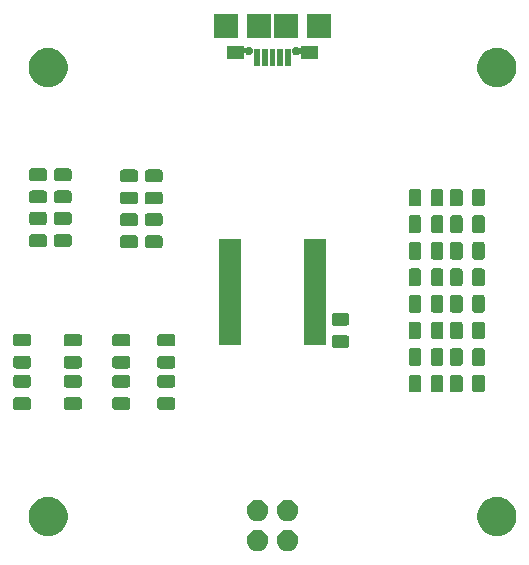
<source format=gts>
G04 #@! TF.GenerationSoftware,KiCad,Pcbnew,(5.1.0)-1*
G04 #@! TF.CreationDate,2019-03-23T08:31:53+11:00*
G04 #@! TF.ProjectId,SAO101,53414f31-3031-42e6-9b69-6361645f7063,rev?*
G04 #@! TF.SameCoordinates,Original*
G04 #@! TF.FileFunction,Soldermask,Top*
G04 #@! TF.FilePolarity,Negative*
%FSLAX46Y46*%
G04 Gerber Fmt 4.6, Leading zero omitted, Abs format (unit mm)*
G04 Created by KiCad (PCBNEW (5.1.0)-1) date 2019-03-23 08:31:53*
%MOMM*%
%LPD*%
G04 APERTURE LIST*
%ADD10C,0.100000*%
G04 APERTURE END LIST*
D10*
G36*
X128380426Y-104123313D02*
G01*
X128532812Y-104153624D01*
X128696784Y-104221544D01*
X128844354Y-104320147D01*
X128969853Y-104445646D01*
X129068456Y-104593216D01*
X129136376Y-104757188D01*
X129171000Y-104931259D01*
X129171000Y-105108741D01*
X129136376Y-105282812D01*
X129068456Y-105446784D01*
X128969853Y-105594354D01*
X128844354Y-105719853D01*
X128696784Y-105818456D01*
X128532812Y-105886376D01*
X128380426Y-105916687D01*
X128358742Y-105921000D01*
X128181258Y-105921000D01*
X128159574Y-105916687D01*
X128007188Y-105886376D01*
X127843216Y-105818456D01*
X127695646Y-105719853D01*
X127570147Y-105594354D01*
X127471544Y-105446784D01*
X127403624Y-105282812D01*
X127369000Y-105108741D01*
X127369000Y-104931259D01*
X127403624Y-104757188D01*
X127471544Y-104593216D01*
X127570147Y-104445646D01*
X127695646Y-104320147D01*
X127843216Y-104221544D01*
X128007188Y-104153624D01*
X128159574Y-104123313D01*
X128181258Y-104119000D01*
X128358742Y-104119000D01*
X128380426Y-104123313D01*
X128380426Y-104123313D01*
G37*
G36*
X125840426Y-104123313D02*
G01*
X125992812Y-104153624D01*
X126156784Y-104221544D01*
X126304354Y-104320147D01*
X126429853Y-104445646D01*
X126528456Y-104593216D01*
X126596376Y-104757188D01*
X126631000Y-104931259D01*
X126631000Y-105108741D01*
X126596376Y-105282812D01*
X126528456Y-105446784D01*
X126429853Y-105594354D01*
X126304354Y-105719853D01*
X126156784Y-105818456D01*
X125992812Y-105886376D01*
X125840426Y-105916687D01*
X125818742Y-105921000D01*
X125641258Y-105921000D01*
X125619574Y-105916687D01*
X125467188Y-105886376D01*
X125303216Y-105818456D01*
X125155646Y-105719853D01*
X125030147Y-105594354D01*
X124931544Y-105446784D01*
X124863624Y-105282812D01*
X124829000Y-105108741D01*
X124829000Y-104931259D01*
X124863624Y-104757188D01*
X124931544Y-104593216D01*
X125030147Y-104445646D01*
X125155646Y-104320147D01*
X125303216Y-104221544D01*
X125467188Y-104153624D01*
X125619574Y-104123313D01*
X125641258Y-104119000D01*
X125818742Y-104119000D01*
X125840426Y-104123313D01*
X125840426Y-104123313D01*
G37*
G36*
X108322094Y-101380724D02*
G01*
X108481579Y-101412447D01*
X108782042Y-101536903D01*
X109052451Y-101717585D01*
X109282415Y-101947549D01*
X109463097Y-102217958D01*
X109587553Y-102518421D01*
X109651000Y-102837391D01*
X109651000Y-103162609D01*
X109587553Y-103481579D01*
X109463097Y-103782042D01*
X109282415Y-104052451D01*
X109052451Y-104282415D01*
X108782042Y-104463097D01*
X108481579Y-104587553D01*
X108322094Y-104619276D01*
X108162611Y-104651000D01*
X107837389Y-104651000D01*
X107677906Y-104619276D01*
X107518421Y-104587553D01*
X107217958Y-104463097D01*
X106947549Y-104282415D01*
X106717585Y-104052451D01*
X106536903Y-103782042D01*
X106412447Y-103481579D01*
X106349000Y-103162609D01*
X106349000Y-102837391D01*
X106412447Y-102518421D01*
X106536903Y-102217958D01*
X106717585Y-101947549D01*
X106947549Y-101717585D01*
X107217958Y-101536903D01*
X107518421Y-101412447D01*
X107677906Y-101380724D01*
X107837389Y-101349000D01*
X108162611Y-101349000D01*
X108322094Y-101380724D01*
X108322094Y-101380724D01*
G37*
G36*
X146322094Y-101380724D02*
G01*
X146481579Y-101412447D01*
X146782042Y-101536903D01*
X147052451Y-101717585D01*
X147282415Y-101947549D01*
X147463097Y-102217958D01*
X147587553Y-102518421D01*
X147651000Y-102837391D01*
X147651000Y-103162609D01*
X147587553Y-103481579D01*
X147463097Y-103782042D01*
X147282415Y-104052451D01*
X147052451Y-104282415D01*
X146782042Y-104463097D01*
X146481579Y-104587553D01*
X146322094Y-104619276D01*
X146162611Y-104651000D01*
X145837389Y-104651000D01*
X145677906Y-104619276D01*
X145518421Y-104587553D01*
X145217958Y-104463097D01*
X144947549Y-104282415D01*
X144717585Y-104052451D01*
X144536903Y-103782042D01*
X144412447Y-103481579D01*
X144349000Y-103162609D01*
X144349000Y-102837391D01*
X144412447Y-102518421D01*
X144536903Y-102217958D01*
X144717585Y-101947549D01*
X144947549Y-101717585D01*
X145217958Y-101536903D01*
X145518421Y-101412447D01*
X145677906Y-101380724D01*
X145837389Y-101349000D01*
X146162611Y-101349000D01*
X146322094Y-101380724D01*
X146322094Y-101380724D01*
G37*
G36*
X125840426Y-101583313D02*
G01*
X125992812Y-101613624D01*
X126156784Y-101681544D01*
X126304354Y-101780147D01*
X126429853Y-101905646D01*
X126528456Y-102053216D01*
X126596376Y-102217188D01*
X126631000Y-102391259D01*
X126631000Y-102568741D01*
X126596376Y-102742812D01*
X126528456Y-102906784D01*
X126429853Y-103054354D01*
X126304354Y-103179853D01*
X126156784Y-103278456D01*
X125992812Y-103346376D01*
X125840426Y-103376687D01*
X125818742Y-103381000D01*
X125641258Y-103381000D01*
X125619574Y-103376687D01*
X125467188Y-103346376D01*
X125303216Y-103278456D01*
X125155646Y-103179853D01*
X125030147Y-103054354D01*
X124931544Y-102906784D01*
X124863624Y-102742812D01*
X124829000Y-102568741D01*
X124829000Y-102391259D01*
X124863624Y-102217188D01*
X124931544Y-102053216D01*
X125030147Y-101905646D01*
X125155646Y-101780147D01*
X125303216Y-101681544D01*
X125467188Y-101613624D01*
X125619574Y-101583313D01*
X125641258Y-101579000D01*
X125818742Y-101579000D01*
X125840426Y-101583313D01*
X125840426Y-101583313D01*
G37*
G36*
X128380426Y-101583313D02*
G01*
X128532812Y-101613624D01*
X128696784Y-101681544D01*
X128844354Y-101780147D01*
X128969853Y-101905646D01*
X129068456Y-102053216D01*
X129136376Y-102217188D01*
X129171000Y-102391259D01*
X129171000Y-102568741D01*
X129136376Y-102742812D01*
X129068456Y-102906784D01*
X128969853Y-103054354D01*
X128844354Y-103179853D01*
X128696784Y-103278456D01*
X128532812Y-103346376D01*
X128380426Y-103376687D01*
X128358742Y-103381000D01*
X128181258Y-103381000D01*
X128159574Y-103376687D01*
X128007188Y-103346376D01*
X127843216Y-103278456D01*
X127695646Y-103179853D01*
X127570147Y-103054354D01*
X127471544Y-102906784D01*
X127403624Y-102742812D01*
X127369000Y-102568741D01*
X127369000Y-102391259D01*
X127403624Y-102217188D01*
X127471544Y-102053216D01*
X127570147Y-101905646D01*
X127695646Y-101780147D01*
X127843216Y-101681544D01*
X128007188Y-101613624D01*
X128159574Y-101583313D01*
X128181258Y-101579000D01*
X128358742Y-101579000D01*
X128380426Y-101583313D01*
X128380426Y-101583313D01*
G37*
G36*
X106354353Y-92903930D02*
G01*
X106400127Y-92917815D01*
X106442317Y-92940366D01*
X106479290Y-92970710D01*
X106509634Y-93007683D01*
X106532185Y-93049873D01*
X106546070Y-93095647D01*
X106551000Y-93145704D01*
X106551000Y-93729296D01*
X106546070Y-93779353D01*
X106532185Y-93825127D01*
X106509634Y-93867317D01*
X106479290Y-93904290D01*
X106442317Y-93934634D01*
X106400127Y-93957185D01*
X106354353Y-93971070D01*
X106304296Y-93976000D01*
X105295704Y-93976000D01*
X105245647Y-93971070D01*
X105199873Y-93957185D01*
X105157683Y-93934634D01*
X105120710Y-93904290D01*
X105090366Y-93867317D01*
X105067815Y-93825127D01*
X105053930Y-93779353D01*
X105049000Y-93729296D01*
X105049000Y-93145704D01*
X105053930Y-93095647D01*
X105067815Y-93049873D01*
X105090366Y-93007683D01*
X105120710Y-92970710D01*
X105157683Y-92940366D01*
X105199873Y-92917815D01*
X105245647Y-92903930D01*
X105295704Y-92899000D01*
X106304296Y-92899000D01*
X106354353Y-92903930D01*
X106354353Y-92903930D01*
G37*
G36*
X110654353Y-92903930D02*
G01*
X110700127Y-92917815D01*
X110742317Y-92940366D01*
X110779290Y-92970710D01*
X110809634Y-93007683D01*
X110832185Y-93049873D01*
X110846070Y-93095647D01*
X110851000Y-93145704D01*
X110851000Y-93729296D01*
X110846070Y-93779353D01*
X110832185Y-93825127D01*
X110809634Y-93867317D01*
X110779290Y-93904290D01*
X110742317Y-93934634D01*
X110700127Y-93957185D01*
X110654353Y-93971070D01*
X110604296Y-93976000D01*
X109595704Y-93976000D01*
X109545647Y-93971070D01*
X109499873Y-93957185D01*
X109457683Y-93934634D01*
X109420710Y-93904290D01*
X109390366Y-93867317D01*
X109367815Y-93825127D01*
X109353930Y-93779353D01*
X109349000Y-93729296D01*
X109349000Y-93145704D01*
X109353930Y-93095647D01*
X109367815Y-93049873D01*
X109390366Y-93007683D01*
X109420710Y-92970710D01*
X109457683Y-92940366D01*
X109499873Y-92917815D01*
X109545647Y-92903930D01*
X109595704Y-92899000D01*
X110604296Y-92899000D01*
X110654353Y-92903930D01*
X110654353Y-92903930D01*
G37*
G36*
X114754353Y-92903930D02*
G01*
X114800127Y-92917815D01*
X114842317Y-92940366D01*
X114879290Y-92970710D01*
X114909634Y-93007683D01*
X114932185Y-93049873D01*
X114946070Y-93095647D01*
X114951000Y-93145704D01*
X114951000Y-93729296D01*
X114946070Y-93779353D01*
X114932185Y-93825127D01*
X114909634Y-93867317D01*
X114879290Y-93904290D01*
X114842317Y-93934634D01*
X114800127Y-93957185D01*
X114754353Y-93971070D01*
X114704296Y-93976000D01*
X113695704Y-93976000D01*
X113645647Y-93971070D01*
X113599873Y-93957185D01*
X113557683Y-93934634D01*
X113520710Y-93904290D01*
X113490366Y-93867317D01*
X113467815Y-93825127D01*
X113453930Y-93779353D01*
X113449000Y-93729296D01*
X113449000Y-93145704D01*
X113453930Y-93095647D01*
X113467815Y-93049873D01*
X113490366Y-93007683D01*
X113520710Y-92970710D01*
X113557683Y-92940366D01*
X113599873Y-92917815D01*
X113645647Y-92903930D01*
X113695704Y-92899000D01*
X114704296Y-92899000D01*
X114754353Y-92903930D01*
X114754353Y-92903930D01*
G37*
G36*
X118554353Y-92903930D02*
G01*
X118600127Y-92917815D01*
X118642317Y-92940366D01*
X118679290Y-92970710D01*
X118709634Y-93007683D01*
X118732185Y-93049873D01*
X118746070Y-93095647D01*
X118751000Y-93145704D01*
X118751000Y-93729296D01*
X118746070Y-93779353D01*
X118732185Y-93825127D01*
X118709634Y-93867317D01*
X118679290Y-93904290D01*
X118642317Y-93934634D01*
X118600127Y-93957185D01*
X118554353Y-93971070D01*
X118504296Y-93976000D01*
X117495704Y-93976000D01*
X117445647Y-93971070D01*
X117399873Y-93957185D01*
X117357683Y-93934634D01*
X117320710Y-93904290D01*
X117290366Y-93867317D01*
X117267815Y-93825127D01*
X117253930Y-93779353D01*
X117249000Y-93729296D01*
X117249000Y-93145704D01*
X117253930Y-93095647D01*
X117267815Y-93049873D01*
X117290366Y-93007683D01*
X117320710Y-92970710D01*
X117357683Y-92940366D01*
X117399873Y-92917815D01*
X117445647Y-92903930D01*
X117495704Y-92899000D01*
X118504296Y-92899000D01*
X118554353Y-92903930D01*
X118554353Y-92903930D01*
G37*
G36*
X142904353Y-91003930D02*
G01*
X142950127Y-91017815D01*
X142992317Y-91040366D01*
X143029290Y-91070710D01*
X143059634Y-91107683D01*
X143082185Y-91149873D01*
X143096070Y-91195647D01*
X143101000Y-91245704D01*
X143101000Y-92254296D01*
X143096070Y-92304353D01*
X143082185Y-92350127D01*
X143059634Y-92392317D01*
X143029290Y-92429290D01*
X142992317Y-92459634D01*
X142950127Y-92482185D01*
X142904353Y-92496070D01*
X142854296Y-92501000D01*
X142270704Y-92501000D01*
X142220647Y-92496070D01*
X142174873Y-92482185D01*
X142132683Y-92459634D01*
X142095710Y-92429290D01*
X142065366Y-92392317D01*
X142042815Y-92350127D01*
X142028930Y-92304353D01*
X142024000Y-92254296D01*
X142024000Y-91245704D01*
X142028930Y-91195647D01*
X142042815Y-91149873D01*
X142065366Y-91107683D01*
X142095710Y-91070710D01*
X142132683Y-91040366D01*
X142174873Y-91017815D01*
X142220647Y-91003930D01*
X142270704Y-90999000D01*
X142854296Y-90999000D01*
X142904353Y-91003930D01*
X142904353Y-91003930D01*
G37*
G36*
X144779353Y-91003930D02*
G01*
X144825127Y-91017815D01*
X144867317Y-91040366D01*
X144904290Y-91070710D01*
X144934634Y-91107683D01*
X144957185Y-91149873D01*
X144971070Y-91195647D01*
X144976000Y-91245704D01*
X144976000Y-92254296D01*
X144971070Y-92304353D01*
X144957185Y-92350127D01*
X144934634Y-92392317D01*
X144904290Y-92429290D01*
X144867317Y-92459634D01*
X144825127Y-92482185D01*
X144779353Y-92496070D01*
X144729296Y-92501000D01*
X144145704Y-92501000D01*
X144095647Y-92496070D01*
X144049873Y-92482185D01*
X144007683Y-92459634D01*
X143970710Y-92429290D01*
X143940366Y-92392317D01*
X143917815Y-92350127D01*
X143903930Y-92304353D01*
X143899000Y-92254296D01*
X143899000Y-91245704D01*
X143903930Y-91195647D01*
X143917815Y-91149873D01*
X143940366Y-91107683D01*
X143970710Y-91070710D01*
X144007683Y-91040366D01*
X144049873Y-91017815D01*
X144095647Y-91003930D01*
X144145704Y-90999000D01*
X144729296Y-90999000D01*
X144779353Y-91003930D01*
X144779353Y-91003930D01*
G37*
G36*
X139404353Y-91003930D02*
G01*
X139450127Y-91017815D01*
X139492317Y-91040366D01*
X139529290Y-91070710D01*
X139559634Y-91107683D01*
X139582185Y-91149873D01*
X139596070Y-91195647D01*
X139601000Y-91245704D01*
X139601000Y-92254296D01*
X139596070Y-92304353D01*
X139582185Y-92350127D01*
X139559634Y-92392317D01*
X139529290Y-92429290D01*
X139492317Y-92459634D01*
X139450127Y-92482185D01*
X139404353Y-92496070D01*
X139354296Y-92501000D01*
X138770704Y-92501000D01*
X138720647Y-92496070D01*
X138674873Y-92482185D01*
X138632683Y-92459634D01*
X138595710Y-92429290D01*
X138565366Y-92392317D01*
X138542815Y-92350127D01*
X138528930Y-92304353D01*
X138524000Y-92254296D01*
X138524000Y-91245704D01*
X138528930Y-91195647D01*
X138542815Y-91149873D01*
X138565366Y-91107683D01*
X138595710Y-91070710D01*
X138632683Y-91040366D01*
X138674873Y-91017815D01*
X138720647Y-91003930D01*
X138770704Y-90999000D01*
X139354296Y-90999000D01*
X139404353Y-91003930D01*
X139404353Y-91003930D01*
G37*
G36*
X141279353Y-91003930D02*
G01*
X141325127Y-91017815D01*
X141367317Y-91040366D01*
X141404290Y-91070710D01*
X141434634Y-91107683D01*
X141457185Y-91149873D01*
X141471070Y-91195647D01*
X141476000Y-91245704D01*
X141476000Y-92254296D01*
X141471070Y-92304353D01*
X141457185Y-92350127D01*
X141434634Y-92392317D01*
X141404290Y-92429290D01*
X141367317Y-92459634D01*
X141325127Y-92482185D01*
X141279353Y-92496070D01*
X141229296Y-92501000D01*
X140645704Y-92501000D01*
X140595647Y-92496070D01*
X140549873Y-92482185D01*
X140507683Y-92459634D01*
X140470710Y-92429290D01*
X140440366Y-92392317D01*
X140417815Y-92350127D01*
X140403930Y-92304353D01*
X140399000Y-92254296D01*
X140399000Y-91245704D01*
X140403930Y-91195647D01*
X140417815Y-91149873D01*
X140440366Y-91107683D01*
X140470710Y-91070710D01*
X140507683Y-91040366D01*
X140549873Y-91017815D01*
X140595647Y-91003930D01*
X140645704Y-90999000D01*
X141229296Y-90999000D01*
X141279353Y-91003930D01*
X141279353Y-91003930D01*
G37*
G36*
X110654353Y-91028930D02*
G01*
X110700127Y-91042815D01*
X110742317Y-91065366D01*
X110779290Y-91095710D01*
X110809634Y-91132683D01*
X110832185Y-91174873D01*
X110846070Y-91220647D01*
X110851000Y-91270704D01*
X110851000Y-91854296D01*
X110846070Y-91904353D01*
X110832185Y-91950127D01*
X110809634Y-91992317D01*
X110779290Y-92029290D01*
X110742317Y-92059634D01*
X110700127Y-92082185D01*
X110654353Y-92096070D01*
X110604296Y-92101000D01*
X109595704Y-92101000D01*
X109545647Y-92096070D01*
X109499873Y-92082185D01*
X109457683Y-92059634D01*
X109420710Y-92029290D01*
X109390366Y-91992317D01*
X109367815Y-91950127D01*
X109353930Y-91904353D01*
X109349000Y-91854296D01*
X109349000Y-91270704D01*
X109353930Y-91220647D01*
X109367815Y-91174873D01*
X109390366Y-91132683D01*
X109420710Y-91095710D01*
X109457683Y-91065366D01*
X109499873Y-91042815D01*
X109545647Y-91028930D01*
X109595704Y-91024000D01*
X110604296Y-91024000D01*
X110654353Y-91028930D01*
X110654353Y-91028930D01*
G37*
G36*
X114754353Y-91028930D02*
G01*
X114800127Y-91042815D01*
X114842317Y-91065366D01*
X114879290Y-91095710D01*
X114909634Y-91132683D01*
X114932185Y-91174873D01*
X114946070Y-91220647D01*
X114951000Y-91270704D01*
X114951000Y-91854296D01*
X114946070Y-91904353D01*
X114932185Y-91950127D01*
X114909634Y-91992317D01*
X114879290Y-92029290D01*
X114842317Y-92059634D01*
X114800127Y-92082185D01*
X114754353Y-92096070D01*
X114704296Y-92101000D01*
X113695704Y-92101000D01*
X113645647Y-92096070D01*
X113599873Y-92082185D01*
X113557683Y-92059634D01*
X113520710Y-92029290D01*
X113490366Y-91992317D01*
X113467815Y-91950127D01*
X113453930Y-91904353D01*
X113449000Y-91854296D01*
X113449000Y-91270704D01*
X113453930Y-91220647D01*
X113467815Y-91174873D01*
X113490366Y-91132683D01*
X113520710Y-91095710D01*
X113557683Y-91065366D01*
X113599873Y-91042815D01*
X113645647Y-91028930D01*
X113695704Y-91024000D01*
X114704296Y-91024000D01*
X114754353Y-91028930D01*
X114754353Y-91028930D01*
G37*
G36*
X118554353Y-91028930D02*
G01*
X118600127Y-91042815D01*
X118642317Y-91065366D01*
X118679290Y-91095710D01*
X118709634Y-91132683D01*
X118732185Y-91174873D01*
X118746070Y-91220647D01*
X118751000Y-91270704D01*
X118751000Y-91854296D01*
X118746070Y-91904353D01*
X118732185Y-91950127D01*
X118709634Y-91992317D01*
X118679290Y-92029290D01*
X118642317Y-92059634D01*
X118600127Y-92082185D01*
X118554353Y-92096070D01*
X118504296Y-92101000D01*
X117495704Y-92101000D01*
X117445647Y-92096070D01*
X117399873Y-92082185D01*
X117357683Y-92059634D01*
X117320710Y-92029290D01*
X117290366Y-91992317D01*
X117267815Y-91950127D01*
X117253930Y-91904353D01*
X117249000Y-91854296D01*
X117249000Y-91270704D01*
X117253930Y-91220647D01*
X117267815Y-91174873D01*
X117290366Y-91132683D01*
X117320710Y-91095710D01*
X117357683Y-91065366D01*
X117399873Y-91042815D01*
X117445647Y-91028930D01*
X117495704Y-91024000D01*
X118504296Y-91024000D01*
X118554353Y-91028930D01*
X118554353Y-91028930D01*
G37*
G36*
X106354353Y-91028930D02*
G01*
X106400127Y-91042815D01*
X106442317Y-91065366D01*
X106479290Y-91095710D01*
X106509634Y-91132683D01*
X106532185Y-91174873D01*
X106546070Y-91220647D01*
X106551000Y-91270704D01*
X106551000Y-91854296D01*
X106546070Y-91904353D01*
X106532185Y-91950127D01*
X106509634Y-91992317D01*
X106479290Y-92029290D01*
X106442317Y-92059634D01*
X106400127Y-92082185D01*
X106354353Y-92096070D01*
X106304296Y-92101000D01*
X105295704Y-92101000D01*
X105245647Y-92096070D01*
X105199873Y-92082185D01*
X105157683Y-92059634D01*
X105120710Y-92029290D01*
X105090366Y-91992317D01*
X105067815Y-91950127D01*
X105053930Y-91904353D01*
X105049000Y-91854296D01*
X105049000Y-91270704D01*
X105053930Y-91220647D01*
X105067815Y-91174873D01*
X105090366Y-91132683D01*
X105120710Y-91095710D01*
X105157683Y-91065366D01*
X105199873Y-91042815D01*
X105245647Y-91028930D01*
X105295704Y-91024000D01*
X106304296Y-91024000D01*
X106354353Y-91028930D01*
X106354353Y-91028930D01*
G37*
G36*
X106354353Y-89403930D02*
G01*
X106400127Y-89417815D01*
X106442317Y-89440366D01*
X106479290Y-89470710D01*
X106509634Y-89507683D01*
X106532185Y-89549873D01*
X106546070Y-89595647D01*
X106551000Y-89645704D01*
X106551000Y-90229296D01*
X106546070Y-90279353D01*
X106532185Y-90325127D01*
X106509634Y-90367317D01*
X106479290Y-90404290D01*
X106442317Y-90434634D01*
X106400127Y-90457185D01*
X106354353Y-90471070D01*
X106304296Y-90476000D01*
X105295704Y-90476000D01*
X105245647Y-90471070D01*
X105199873Y-90457185D01*
X105157683Y-90434634D01*
X105120710Y-90404290D01*
X105090366Y-90367317D01*
X105067815Y-90325127D01*
X105053930Y-90279353D01*
X105049000Y-90229296D01*
X105049000Y-89645704D01*
X105053930Y-89595647D01*
X105067815Y-89549873D01*
X105090366Y-89507683D01*
X105120710Y-89470710D01*
X105157683Y-89440366D01*
X105199873Y-89417815D01*
X105245647Y-89403930D01*
X105295704Y-89399000D01*
X106304296Y-89399000D01*
X106354353Y-89403930D01*
X106354353Y-89403930D01*
G37*
G36*
X118554353Y-89403930D02*
G01*
X118600127Y-89417815D01*
X118642317Y-89440366D01*
X118679290Y-89470710D01*
X118709634Y-89507683D01*
X118732185Y-89549873D01*
X118746070Y-89595647D01*
X118751000Y-89645704D01*
X118751000Y-90229296D01*
X118746070Y-90279353D01*
X118732185Y-90325127D01*
X118709634Y-90367317D01*
X118679290Y-90404290D01*
X118642317Y-90434634D01*
X118600127Y-90457185D01*
X118554353Y-90471070D01*
X118504296Y-90476000D01*
X117495704Y-90476000D01*
X117445647Y-90471070D01*
X117399873Y-90457185D01*
X117357683Y-90434634D01*
X117320710Y-90404290D01*
X117290366Y-90367317D01*
X117267815Y-90325127D01*
X117253930Y-90279353D01*
X117249000Y-90229296D01*
X117249000Y-89645704D01*
X117253930Y-89595647D01*
X117267815Y-89549873D01*
X117290366Y-89507683D01*
X117320710Y-89470710D01*
X117357683Y-89440366D01*
X117399873Y-89417815D01*
X117445647Y-89403930D01*
X117495704Y-89399000D01*
X118504296Y-89399000D01*
X118554353Y-89403930D01*
X118554353Y-89403930D01*
G37*
G36*
X114754353Y-89403930D02*
G01*
X114800127Y-89417815D01*
X114842317Y-89440366D01*
X114879290Y-89470710D01*
X114909634Y-89507683D01*
X114932185Y-89549873D01*
X114946070Y-89595647D01*
X114951000Y-89645704D01*
X114951000Y-90229296D01*
X114946070Y-90279353D01*
X114932185Y-90325127D01*
X114909634Y-90367317D01*
X114879290Y-90404290D01*
X114842317Y-90434634D01*
X114800127Y-90457185D01*
X114754353Y-90471070D01*
X114704296Y-90476000D01*
X113695704Y-90476000D01*
X113645647Y-90471070D01*
X113599873Y-90457185D01*
X113557683Y-90434634D01*
X113520710Y-90404290D01*
X113490366Y-90367317D01*
X113467815Y-90325127D01*
X113453930Y-90279353D01*
X113449000Y-90229296D01*
X113449000Y-89645704D01*
X113453930Y-89595647D01*
X113467815Y-89549873D01*
X113490366Y-89507683D01*
X113520710Y-89470710D01*
X113557683Y-89440366D01*
X113599873Y-89417815D01*
X113645647Y-89403930D01*
X113695704Y-89399000D01*
X114704296Y-89399000D01*
X114754353Y-89403930D01*
X114754353Y-89403930D01*
G37*
G36*
X110654353Y-89403930D02*
G01*
X110700127Y-89417815D01*
X110742317Y-89440366D01*
X110779290Y-89470710D01*
X110809634Y-89507683D01*
X110832185Y-89549873D01*
X110846070Y-89595647D01*
X110851000Y-89645704D01*
X110851000Y-90229296D01*
X110846070Y-90279353D01*
X110832185Y-90325127D01*
X110809634Y-90367317D01*
X110779290Y-90404290D01*
X110742317Y-90434634D01*
X110700127Y-90457185D01*
X110654353Y-90471070D01*
X110604296Y-90476000D01*
X109595704Y-90476000D01*
X109545647Y-90471070D01*
X109499873Y-90457185D01*
X109457683Y-90434634D01*
X109420710Y-90404290D01*
X109390366Y-90367317D01*
X109367815Y-90325127D01*
X109353930Y-90279353D01*
X109349000Y-90229296D01*
X109349000Y-89645704D01*
X109353930Y-89595647D01*
X109367815Y-89549873D01*
X109390366Y-89507683D01*
X109420710Y-89470710D01*
X109457683Y-89440366D01*
X109499873Y-89417815D01*
X109545647Y-89403930D01*
X109595704Y-89399000D01*
X110604296Y-89399000D01*
X110654353Y-89403930D01*
X110654353Y-89403930D01*
G37*
G36*
X142904353Y-88753930D02*
G01*
X142950127Y-88767815D01*
X142992317Y-88790366D01*
X143029290Y-88820710D01*
X143059634Y-88857683D01*
X143082185Y-88899873D01*
X143096070Y-88945647D01*
X143101000Y-88995704D01*
X143101000Y-90004296D01*
X143096070Y-90054353D01*
X143082185Y-90100127D01*
X143059634Y-90142317D01*
X143029290Y-90179290D01*
X142992317Y-90209634D01*
X142950127Y-90232185D01*
X142904353Y-90246070D01*
X142854296Y-90251000D01*
X142270704Y-90251000D01*
X142220647Y-90246070D01*
X142174873Y-90232185D01*
X142132683Y-90209634D01*
X142095710Y-90179290D01*
X142065366Y-90142317D01*
X142042815Y-90100127D01*
X142028930Y-90054353D01*
X142024000Y-90004296D01*
X142024000Y-88995704D01*
X142028930Y-88945647D01*
X142042815Y-88899873D01*
X142065366Y-88857683D01*
X142095710Y-88820710D01*
X142132683Y-88790366D01*
X142174873Y-88767815D01*
X142220647Y-88753930D01*
X142270704Y-88749000D01*
X142854296Y-88749000D01*
X142904353Y-88753930D01*
X142904353Y-88753930D01*
G37*
G36*
X139404353Y-88753930D02*
G01*
X139450127Y-88767815D01*
X139492317Y-88790366D01*
X139529290Y-88820710D01*
X139559634Y-88857683D01*
X139582185Y-88899873D01*
X139596070Y-88945647D01*
X139601000Y-88995704D01*
X139601000Y-90004296D01*
X139596070Y-90054353D01*
X139582185Y-90100127D01*
X139559634Y-90142317D01*
X139529290Y-90179290D01*
X139492317Y-90209634D01*
X139450127Y-90232185D01*
X139404353Y-90246070D01*
X139354296Y-90251000D01*
X138770704Y-90251000D01*
X138720647Y-90246070D01*
X138674873Y-90232185D01*
X138632683Y-90209634D01*
X138595710Y-90179290D01*
X138565366Y-90142317D01*
X138542815Y-90100127D01*
X138528930Y-90054353D01*
X138524000Y-90004296D01*
X138524000Y-88995704D01*
X138528930Y-88945647D01*
X138542815Y-88899873D01*
X138565366Y-88857683D01*
X138595710Y-88820710D01*
X138632683Y-88790366D01*
X138674873Y-88767815D01*
X138720647Y-88753930D01*
X138770704Y-88749000D01*
X139354296Y-88749000D01*
X139404353Y-88753930D01*
X139404353Y-88753930D01*
G37*
G36*
X141279353Y-88753930D02*
G01*
X141325127Y-88767815D01*
X141367317Y-88790366D01*
X141404290Y-88820710D01*
X141434634Y-88857683D01*
X141457185Y-88899873D01*
X141471070Y-88945647D01*
X141476000Y-88995704D01*
X141476000Y-90004296D01*
X141471070Y-90054353D01*
X141457185Y-90100127D01*
X141434634Y-90142317D01*
X141404290Y-90179290D01*
X141367317Y-90209634D01*
X141325127Y-90232185D01*
X141279353Y-90246070D01*
X141229296Y-90251000D01*
X140645704Y-90251000D01*
X140595647Y-90246070D01*
X140549873Y-90232185D01*
X140507683Y-90209634D01*
X140470710Y-90179290D01*
X140440366Y-90142317D01*
X140417815Y-90100127D01*
X140403930Y-90054353D01*
X140399000Y-90004296D01*
X140399000Y-88995704D01*
X140403930Y-88945647D01*
X140417815Y-88899873D01*
X140440366Y-88857683D01*
X140470710Y-88820710D01*
X140507683Y-88790366D01*
X140549873Y-88767815D01*
X140595647Y-88753930D01*
X140645704Y-88749000D01*
X141229296Y-88749000D01*
X141279353Y-88753930D01*
X141279353Y-88753930D01*
G37*
G36*
X144779353Y-88753930D02*
G01*
X144825127Y-88767815D01*
X144867317Y-88790366D01*
X144904290Y-88820710D01*
X144934634Y-88857683D01*
X144957185Y-88899873D01*
X144971070Y-88945647D01*
X144976000Y-88995704D01*
X144976000Y-90004296D01*
X144971070Y-90054353D01*
X144957185Y-90100127D01*
X144934634Y-90142317D01*
X144904290Y-90179290D01*
X144867317Y-90209634D01*
X144825127Y-90232185D01*
X144779353Y-90246070D01*
X144729296Y-90251000D01*
X144145704Y-90251000D01*
X144095647Y-90246070D01*
X144049873Y-90232185D01*
X144007683Y-90209634D01*
X143970710Y-90179290D01*
X143940366Y-90142317D01*
X143917815Y-90100127D01*
X143903930Y-90054353D01*
X143899000Y-90004296D01*
X143899000Y-88995704D01*
X143903930Y-88945647D01*
X143917815Y-88899873D01*
X143940366Y-88857683D01*
X143970710Y-88820710D01*
X144007683Y-88790366D01*
X144049873Y-88767815D01*
X144095647Y-88753930D01*
X144145704Y-88749000D01*
X144729296Y-88749000D01*
X144779353Y-88753930D01*
X144779353Y-88753930D01*
G37*
G36*
X133304353Y-87653930D02*
G01*
X133350127Y-87667815D01*
X133392317Y-87690366D01*
X133429290Y-87720710D01*
X133459634Y-87757683D01*
X133482185Y-87799873D01*
X133496070Y-87845647D01*
X133501000Y-87895704D01*
X133501000Y-88479296D01*
X133496070Y-88529353D01*
X133482185Y-88575127D01*
X133459634Y-88617317D01*
X133429290Y-88654290D01*
X133392317Y-88684634D01*
X133350127Y-88707185D01*
X133304353Y-88721070D01*
X133254296Y-88726000D01*
X132245704Y-88726000D01*
X132195647Y-88721070D01*
X132149873Y-88707185D01*
X132107683Y-88684634D01*
X132070710Y-88654290D01*
X132040366Y-88617317D01*
X132017815Y-88575127D01*
X132003930Y-88529353D01*
X131999000Y-88479296D01*
X131999000Y-87895704D01*
X132003930Y-87845647D01*
X132017815Y-87799873D01*
X132040366Y-87757683D01*
X132070710Y-87720710D01*
X132107683Y-87690366D01*
X132149873Y-87667815D01*
X132195647Y-87653930D01*
X132245704Y-87649000D01*
X133254296Y-87649000D01*
X133304353Y-87653930D01*
X133304353Y-87653930D01*
G37*
G36*
X106354353Y-87528930D02*
G01*
X106400127Y-87542815D01*
X106442317Y-87565366D01*
X106479290Y-87595710D01*
X106509634Y-87632683D01*
X106532185Y-87674873D01*
X106546070Y-87720647D01*
X106551000Y-87770704D01*
X106551000Y-88354296D01*
X106546070Y-88404353D01*
X106532185Y-88450127D01*
X106509634Y-88492317D01*
X106479290Y-88529290D01*
X106442317Y-88559634D01*
X106400127Y-88582185D01*
X106354353Y-88596070D01*
X106304296Y-88601000D01*
X105295704Y-88601000D01*
X105245647Y-88596070D01*
X105199873Y-88582185D01*
X105157683Y-88559634D01*
X105120710Y-88529290D01*
X105090366Y-88492317D01*
X105067815Y-88450127D01*
X105053930Y-88404353D01*
X105049000Y-88354296D01*
X105049000Y-87770704D01*
X105053930Y-87720647D01*
X105067815Y-87674873D01*
X105090366Y-87632683D01*
X105120710Y-87595710D01*
X105157683Y-87565366D01*
X105199873Y-87542815D01*
X105245647Y-87528930D01*
X105295704Y-87524000D01*
X106304296Y-87524000D01*
X106354353Y-87528930D01*
X106354353Y-87528930D01*
G37*
G36*
X118554353Y-87528930D02*
G01*
X118600127Y-87542815D01*
X118642317Y-87565366D01*
X118679290Y-87595710D01*
X118709634Y-87632683D01*
X118732185Y-87674873D01*
X118746070Y-87720647D01*
X118751000Y-87770704D01*
X118751000Y-88354296D01*
X118746070Y-88404353D01*
X118732185Y-88450127D01*
X118709634Y-88492317D01*
X118679290Y-88529290D01*
X118642317Y-88559634D01*
X118600127Y-88582185D01*
X118554353Y-88596070D01*
X118504296Y-88601000D01*
X117495704Y-88601000D01*
X117445647Y-88596070D01*
X117399873Y-88582185D01*
X117357683Y-88559634D01*
X117320710Y-88529290D01*
X117290366Y-88492317D01*
X117267815Y-88450127D01*
X117253930Y-88404353D01*
X117249000Y-88354296D01*
X117249000Y-87770704D01*
X117253930Y-87720647D01*
X117267815Y-87674873D01*
X117290366Y-87632683D01*
X117320710Y-87595710D01*
X117357683Y-87565366D01*
X117399873Y-87542815D01*
X117445647Y-87528930D01*
X117495704Y-87524000D01*
X118504296Y-87524000D01*
X118554353Y-87528930D01*
X118554353Y-87528930D01*
G37*
G36*
X114754353Y-87528930D02*
G01*
X114800127Y-87542815D01*
X114842317Y-87565366D01*
X114879290Y-87595710D01*
X114909634Y-87632683D01*
X114932185Y-87674873D01*
X114946070Y-87720647D01*
X114951000Y-87770704D01*
X114951000Y-88354296D01*
X114946070Y-88404353D01*
X114932185Y-88450127D01*
X114909634Y-88492317D01*
X114879290Y-88529290D01*
X114842317Y-88559634D01*
X114800127Y-88582185D01*
X114754353Y-88596070D01*
X114704296Y-88601000D01*
X113695704Y-88601000D01*
X113645647Y-88596070D01*
X113599873Y-88582185D01*
X113557683Y-88559634D01*
X113520710Y-88529290D01*
X113490366Y-88492317D01*
X113467815Y-88450127D01*
X113453930Y-88404353D01*
X113449000Y-88354296D01*
X113449000Y-87770704D01*
X113453930Y-87720647D01*
X113467815Y-87674873D01*
X113490366Y-87632683D01*
X113520710Y-87595710D01*
X113557683Y-87565366D01*
X113599873Y-87542815D01*
X113645647Y-87528930D01*
X113695704Y-87524000D01*
X114704296Y-87524000D01*
X114754353Y-87528930D01*
X114754353Y-87528930D01*
G37*
G36*
X110654353Y-87528930D02*
G01*
X110700127Y-87542815D01*
X110742317Y-87565366D01*
X110779290Y-87595710D01*
X110809634Y-87632683D01*
X110832185Y-87674873D01*
X110846070Y-87720647D01*
X110851000Y-87770704D01*
X110851000Y-88354296D01*
X110846070Y-88404353D01*
X110832185Y-88450127D01*
X110809634Y-88492317D01*
X110779290Y-88529290D01*
X110742317Y-88559634D01*
X110700127Y-88582185D01*
X110654353Y-88596070D01*
X110604296Y-88601000D01*
X109595704Y-88601000D01*
X109545647Y-88596070D01*
X109499873Y-88582185D01*
X109457683Y-88559634D01*
X109420710Y-88529290D01*
X109390366Y-88492317D01*
X109367815Y-88450127D01*
X109353930Y-88404353D01*
X109349000Y-88354296D01*
X109349000Y-87770704D01*
X109353930Y-87720647D01*
X109367815Y-87674873D01*
X109390366Y-87632683D01*
X109420710Y-87595710D01*
X109457683Y-87565366D01*
X109499873Y-87542815D01*
X109545647Y-87528930D01*
X109595704Y-87524000D01*
X110604296Y-87524000D01*
X110654353Y-87528930D01*
X110654353Y-87528930D01*
G37*
G36*
X131526000Y-88501000D02*
G01*
X129674000Y-88501000D01*
X129674000Y-79499000D01*
X131526000Y-79499000D01*
X131526000Y-88501000D01*
X131526000Y-88501000D01*
G37*
G36*
X124326000Y-88501000D02*
G01*
X122474000Y-88501000D01*
X122474000Y-79499000D01*
X124326000Y-79499000D01*
X124326000Y-88501000D01*
X124326000Y-88501000D01*
G37*
G36*
X141279353Y-86503930D02*
G01*
X141325127Y-86517815D01*
X141367317Y-86540366D01*
X141404290Y-86570710D01*
X141434634Y-86607683D01*
X141457185Y-86649873D01*
X141471070Y-86695647D01*
X141476000Y-86745704D01*
X141476000Y-87754296D01*
X141471070Y-87804353D01*
X141457185Y-87850127D01*
X141434634Y-87892317D01*
X141404290Y-87929290D01*
X141367317Y-87959634D01*
X141325127Y-87982185D01*
X141279353Y-87996070D01*
X141229296Y-88001000D01*
X140645704Y-88001000D01*
X140595647Y-87996070D01*
X140549873Y-87982185D01*
X140507683Y-87959634D01*
X140470710Y-87929290D01*
X140440366Y-87892317D01*
X140417815Y-87850127D01*
X140403930Y-87804353D01*
X140399000Y-87754296D01*
X140399000Y-86745704D01*
X140403930Y-86695647D01*
X140417815Y-86649873D01*
X140440366Y-86607683D01*
X140470710Y-86570710D01*
X140507683Y-86540366D01*
X140549873Y-86517815D01*
X140595647Y-86503930D01*
X140645704Y-86499000D01*
X141229296Y-86499000D01*
X141279353Y-86503930D01*
X141279353Y-86503930D01*
G37*
G36*
X144779353Y-86503930D02*
G01*
X144825127Y-86517815D01*
X144867317Y-86540366D01*
X144904290Y-86570710D01*
X144934634Y-86607683D01*
X144957185Y-86649873D01*
X144971070Y-86695647D01*
X144976000Y-86745704D01*
X144976000Y-87754296D01*
X144971070Y-87804353D01*
X144957185Y-87850127D01*
X144934634Y-87892317D01*
X144904290Y-87929290D01*
X144867317Y-87959634D01*
X144825127Y-87982185D01*
X144779353Y-87996070D01*
X144729296Y-88001000D01*
X144145704Y-88001000D01*
X144095647Y-87996070D01*
X144049873Y-87982185D01*
X144007683Y-87959634D01*
X143970710Y-87929290D01*
X143940366Y-87892317D01*
X143917815Y-87850127D01*
X143903930Y-87804353D01*
X143899000Y-87754296D01*
X143899000Y-86745704D01*
X143903930Y-86695647D01*
X143917815Y-86649873D01*
X143940366Y-86607683D01*
X143970710Y-86570710D01*
X144007683Y-86540366D01*
X144049873Y-86517815D01*
X144095647Y-86503930D01*
X144145704Y-86499000D01*
X144729296Y-86499000D01*
X144779353Y-86503930D01*
X144779353Y-86503930D01*
G37*
G36*
X142904353Y-86503930D02*
G01*
X142950127Y-86517815D01*
X142992317Y-86540366D01*
X143029290Y-86570710D01*
X143059634Y-86607683D01*
X143082185Y-86649873D01*
X143096070Y-86695647D01*
X143101000Y-86745704D01*
X143101000Y-87754296D01*
X143096070Y-87804353D01*
X143082185Y-87850127D01*
X143059634Y-87892317D01*
X143029290Y-87929290D01*
X142992317Y-87959634D01*
X142950127Y-87982185D01*
X142904353Y-87996070D01*
X142854296Y-88001000D01*
X142270704Y-88001000D01*
X142220647Y-87996070D01*
X142174873Y-87982185D01*
X142132683Y-87959634D01*
X142095710Y-87929290D01*
X142065366Y-87892317D01*
X142042815Y-87850127D01*
X142028930Y-87804353D01*
X142024000Y-87754296D01*
X142024000Y-86745704D01*
X142028930Y-86695647D01*
X142042815Y-86649873D01*
X142065366Y-86607683D01*
X142095710Y-86570710D01*
X142132683Y-86540366D01*
X142174873Y-86517815D01*
X142220647Y-86503930D01*
X142270704Y-86499000D01*
X142854296Y-86499000D01*
X142904353Y-86503930D01*
X142904353Y-86503930D01*
G37*
G36*
X139404353Y-86503930D02*
G01*
X139450127Y-86517815D01*
X139492317Y-86540366D01*
X139529290Y-86570710D01*
X139559634Y-86607683D01*
X139582185Y-86649873D01*
X139596070Y-86695647D01*
X139601000Y-86745704D01*
X139601000Y-87754296D01*
X139596070Y-87804353D01*
X139582185Y-87850127D01*
X139559634Y-87892317D01*
X139529290Y-87929290D01*
X139492317Y-87959634D01*
X139450127Y-87982185D01*
X139404353Y-87996070D01*
X139354296Y-88001000D01*
X138770704Y-88001000D01*
X138720647Y-87996070D01*
X138674873Y-87982185D01*
X138632683Y-87959634D01*
X138595710Y-87929290D01*
X138565366Y-87892317D01*
X138542815Y-87850127D01*
X138528930Y-87804353D01*
X138524000Y-87754296D01*
X138524000Y-86745704D01*
X138528930Y-86695647D01*
X138542815Y-86649873D01*
X138565366Y-86607683D01*
X138595710Y-86570710D01*
X138632683Y-86540366D01*
X138674873Y-86517815D01*
X138720647Y-86503930D01*
X138770704Y-86499000D01*
X139354296Y-86499000D01*
X139404353Y-86503930D01*
X139404353Y-86503930D01*
G37*
G36*
X133304353Y-85778930D02*
G01*
X133350127Y-85792815D01*
X133392317Y-85815366D01*
X133429290Y-85845710D01*
X133459634Y-85882683D01*
X133482185Y-85924873D01*
X133496070Y-85970647D01*
X133501000Y-86020704D01*
X133501000Y-86604296D01*
X133496070Y-86654353D01*
X133482185Y-86700127D01*
X133459634Y-86742317D01*
X133429290Y-86779290D01*
X133392317Y-86809634D01*
X133350127Y-86832185D01*
X133304353Y-86846070D01*
X133254296Y-86851000D01*
X132245704Y-86851000D01*
X132195647Y-86846070D01*
X132149873Y-86832185D01*
X132107683Y-86809634D01*
X132070710Y-86779290D01*
X132040366Y-86742317D01*
X132017815Y-86700127D01*
X132003930Y-86654353D01*
X131999000Y-86604296D01*
X131999000Y-86020704D01*
X132003930Y-85970647D01*
X132017815Y-85924873D01*
X132040366Y-85882683D01*
X132070710Y-85845710D01*
X132107683Y-85815366D01*
X132149873Y-85792815D01*
X132195647Y-85778930D01*
X132245704Y-85774000D01*
X133254296Y-85774000D01*
X133304353Y-85778930D01*
X133304353Y-85778930D01*
G37*
G36*
X142904353Y-84253930D02*
G01*
X142950127Y-84267815D01*
X142992317Y-84290366D01*
X143029290Y-84320710D01*
X143059634Y-84357683D01*
X143082185Y-84399873D01*
X143096070Y-84445647D01*
X143101000Y-84495704D01*
X143101000Y-85504296D01*
X143096070Y-85554353D01*
X143082185Y-85600127D01*
X143059634Y-85642317D01*
X143029290Y-85679290D01*
X142992317Y-85709634D01*
X142950127Y-85732185D01*
X142904353Y-85746070D01*
X142854296Y-85751000D01*
X142270704Y-85751000D01*
X142220647Y-85746070D01*
X142174873Y-85732185D01*
X142132683Y-85709634D01*
X142095710Y-85679290D01*
X142065366Y-85642317D01*
X142042815Y-85600127D01*
X142028930Y-85554353D01*
X142024000Y-85504296D01*
X142024000Y-84495704D01*
X142028930Y-84445647D01*
X142042815Y-84399873D01*
X142065366Y-84357683D01*
X142095710Y-84320710D01*
X142132683Y-84290366D01*
X142174873Y-84267815D01*
X142220647Y-84253930D01*
X142270704Y-84249000D01*
X142854296Y-84249000D01*
X142904353Y-84253930D01*
X142904353Y-84253930D01*
G37*
G36*
X144779353Y-84253930D02*
G01*
X144825127Y-84267815D01*
X144867317Y-84290366D01*
X144904290Y-84320710D01*
X144934634Y-84357683D01*
X144957185Y-84399873D01*
X144971070Y-84445647D01*
X144976000Y-84495704D01*
X144976000Y-85504296D01*
X144971070Y-85554353D01*
X144957185Y-85600127D01*
X144934634Y-85642317D01*
X144904290Y-85679290D01*
X144867317Y-85709634D01*
X144825127Y-85732185D01*
X144779353Y-85746070D01*
X144729296Y-85751000D01*
X144145704Y-85751000D01*
X144095647Y-85746070D01*
X144049873Y-85732185D01*
X144007683Y-85709634D01*
X143970710Y-85679290D01*
X143940366Y-85642317D01*
X143917815Y-85600127D01*
X143903930Y-85554353D01*
X143899000Y-85504296D01*
X143899000Y-84495704D01*
X143903930Y-84445647D01*
X143917815Y-84399873D01*
X143940366Y-84357683D01*
X143970710Y-84320710D01*
X144007683Y-84290366D01*
X144049873Y-84267815D01*
X144095647Y-84253930D01*
X144145704Y-84249000D01*
X144729296Y-84249000D01*
X144779353Y-84253930D01*
X144779353Y-84253930D01*
G37*
G36*
X141279353Y-84253930D02*
G01*
X141325127Y-84267815D01*
X141367317Y-84290366D01*
X141404290Y-84320710D01*
X141434634Y-84357683D01*
X141457185Y-84399873D01*
X141471070Y-84445647D01*
X141476000Y-84495704D01*
X141476000Y-85504296D01*
X141471070Y-85554353D01*
X141457185Y-85600127D01*
X141434634Y-85642317D01*
X141404290Y-85679290D01*
X141367317Y-85709634D01*
X141325127Y-85732185D01*
X141279353Y-85746070D01*
X141229296Y-85751000D01*
X140645704Y-85751000D01*
X140595647Y-85746070D01*
X140549873Y-85732185D01*
X140507683Y-85709634D01*
X140470710Y-85679290D01*
X140440366Y-85642317D01*
X140417815Y-85600127D01*
X140403930Y-85554353D01*
X140399000Y-85504296D01*
X140399000Y-84495704D01*
X140403930Y-84445647D01*
X140417815Y-84399873D01*
X140440366Y-84357683D01*
X140470710Y-84320710D01*
X140507683Y-84290366D01*
X140549873Y-84267815D01*
X140595647Y-84253930D01*
X140645704Y-84249000D01*
X141229296Y-84249000D01*
X141279353Y-84253930D01*
X141279353Y-84253930D01*
G37*
G36*
X139404353Y-84253930D02*
G01*
X139450127Y-84267815D01*
X139492317Y-84290366D01*
X139529290Y-84320710D01*
X139559634Y-84357683D01*
X139582185Y-84399873D01*
X139596070Y-84445647D01*
X139601000Y-84495704D01*
X139601000Y-85504296D01*
X139596070Y-85554353D01*
X139582185Y-85600127D01*
X139559634Y-85642317D01*
X139529290Y-85679290D01*
X139492317Y-85709634D01*
X139450127Y-85732185D01*
X139404353Y-85746070D01*
X139354296Y-85751000D01*
X138770704Y-85751000D01*
X138720647Y-85746070D01*
X138674873Y-85732185D01*
X138632683Y-85709634D01*
X138595710Y-85679290D01*
X138565366Y-85642317D01*
X138542815Y-85600127D01*
X138528930Y-85554353D01*
X138524000Y-85504296D01*
X138524000Y-84495704D01*
X138528930Y-84445647D01*
X138542815Y-84399873D01*
X138565366Y-84357683D01*
X138595710Y-84320710D01*
X138632683Y-84290366D01*
X138674873Y-84267815D01*
X138720647Y-84253930D01*
X138770704Y-84249000D01*
X139354296Y-84249000D01*
X139404353Y-84253930D01*
X139404353Y-84253930D01*
G37*
G36*
X142904353Y-82003930D02*
G01*
X142950127Y-82017815D01*
X142992317Y-82040366D01*
X143029290Y-82070710D01*
X143059634Y-82107683D01*
X143082185Y-82149873D01*
X143096070Y-82195647D01*
X143101000Y-82245704D01*
X143101000Y-83254296D01*
X143096070Y-83304353D01*
X143082185Y-83350127D01*
X143059634Y-83392317D01*
X143029290Y-83429290D01*
X142992317Y-83459634D01*
X142950127Y-83482185D01*
X142904353Y-83496070D01*
X142854296Y-83501000D01*
X142270704Y-83501000D01*
X142220647Y-83496070D01*
X142174873Y-83482185D01*
X142132683Y-83459634D01*
X142095710Y-83429290D01*
X142065366Y-83392317D01*
X142042815Y-83350127D01*
X142028930Y-83304353D01*
X142024000Y-83254296D01*
X142024000Y-82245704D01*
X142028930Y-82195647D01*
X142042815Y-82149873D01*
X142065366Y-82107683D01*
X142095710Y-82070710D01*
X142132683Y-82040366D01*
X142174873Y-82017815D01*
X142220647Y-82003930D01*
X142270704Y-81999000D01*
X142854296Y-81999000D01*
X142904353Y-82003930D01*
X142904353Y-82003930D01*
G37*
G36*
X141279353Y-82003930D02*
G01*
X141325127Y-82017815D01*
X141367317Y-82040366D01*
X141404290Y-82070710D01*
X141434634Y-82107683D01*
X141457185Y-82149873D01*
X141471070Y-82195647D01*
X141476000Y-82245704D01*
X141476000Y-83254296D01*
X141471070Y-83304353D01*
X141457185Y-83350127D01*
X141434634Y-83392317D01*
X141404290Y-83429290D01*
X141367317Y-83459634D01*
X141325127Y-83482185D01*
X141279353Y-83496070D01*
X141229296Y-83501000D01*
X140645704Y-83501000D01*
X140595647Y-83496070D01*
X140549873Y-83482185D01*
X140507683Y-83459634D01*
X140470710Y-83429290D01*
X140440366Y-83392317D01*
X140417815Y-83350127D01*
X140403930Y-83304353D01*
X140399000Y-83254296D01*
X140399000Y-82245704D01*
X140403930Y-82195647D01*
X140417815Y-82149873D01*
X140440366Y-82107683D01*
X140470710Y-82070710D01*
X140507683Y-82040366D01*
X140549873Y-82017815D01*
X140595647Y-82003930D01*
X140645704Y-81999000D01*
X141229296Y-81999000D01*
X141279353Y-82003930D01*
X141279353Y-82003930D01*
G37*
G36*
X144779353Y-82003930D02*
G01*
X144825127Y-82017815D01*
X144867317Y-82040366D01*
X144904290Y-82070710D01*
X144934634Y-82107683D01*
X144957185Y-82149873D01*
X144971070Y-82195647D01*
X144976000Y-82245704D01*
X144976000Y-83254296D01*
X144971070Y-83304353D01*
X144957185Y-83350127D01*
X144934634Y-83392317D01*
X144904290Y-83429290D01*
X144867317Y-83459634D01*
X144825127Y-83482185D01*
X144779353Y-83496070D01*
X144729296Y-83501000D01*
X144145704Y-83501000D01*
X144095647Y-83496070D01*
X144049873Y-83482185D01*
X144007683Y-83459634D01*
X143970710Y-83429290D01*
X143940366Y-83392317D01*
X143917815Y-83350127D01*
X143903930Y-83304353D01*
X143899000Y-83254296D01*
X143899000Y-82245704D01*
X143903930Y-82195647D01*
X143917815Y-82149873D01*
X143940366Y-82107683D01*
X143970710Y-82070710D01*
X144007683Y-82040366D01*
X144049873Y-82017815D01*
X144095647Y-82003930D01*
X144145704Y-81999000D01*
X144729296Y-81999000D01*
X144779353Y-82003930D01*
X144779353Y-82003930D01*
G37*
G36*
X139404353Y-82003930D02*
G01*
X139450127Y-82017815D01*
X139492317Y-82040366D01*
X139529290Y-82070710D01*
X139559634Y-82107683D01*
X139582185Y-82149873D01*
X139596070Y-82195647D01*
X139601000Y-82245704D01*
X139601000Y-83254296D01*
X139596070Y-83304353D01*
X139582185Y-83350127D01*
X139559634Y-83392317D01*
X139529290Y-83429290D01*
X139492317Y-83459634D01*
X139450127Y-83482185D01*
X139404353Y-83496070D01*
X139354296Y-83501000D01*
X138770704Y-83501000D01*
X138720647Y-83496070D01*
X138674873Y-83482185D01*
X138632683Y-83459634D01*
X138595710Y-83429290D01*
X138565366Y-83392317D01*
X138542815Y-83350127D01*
X138528930Y-83304353D01*
X138524000Y-83254296D01*
X138524000Y-82245704D01*
X138528930Y-82195647D01*
X138542815Y-82149873D01*
X138565366Y-82107683D01*
X138595710Y-82070710D01*
X138632683Y-82040366D01*
X138674873Y-82017815D01*
X138720647Y-82003930D01*
X138770704Y-81999000D01*
X139354296Y-81999000D01*
X139404353Y-82003930D01*
X139404353Y-82003930D01*
G37*
G36*
X142904353Y-79753930D02*
G01*
X142950127Y-79767815D01*
X142992317Y-79790366D01*
X143029290Y-79820710D01*
X143059634Y-79857683D01*
X143082185Y-79899873D01*
X143096070Y-79945647D01*
X143101000Y-79995704D01*
X143101000Y-81004296D01*
X143096070Y-81054353D01*
X143082185Y-81100127D01*
X143059634Y-81142317D01*
X143029290Y-81179290D01*
X142992317Y-81209634D01*
X142950127Y-81232185D01*
X142904353Y-81246070D01*
X142854296Y-81251000D01*
X142270704Y-81251000D01*
X142220647Y-81246070D01*
X142174873Y-81232185D01*
X142132683Y-81209634D01*
X142095710Y-81179290D01*
X142065366Y-81142317D01*
X142042815Y-81100127D01*
X142028930Y-81054353D01*
X142024000Y-81004296D01*
X142024000Y-79995704D01*
X142028930Y-79945647D01*
X142042815Y-79899873D01*
X142065366Y-79857683D01*
X142095710Y-79820710D01*
X142132683Y-79790366D01*
X142174873Y-79767815D01*
X142220647Y-79753930D01*
X142270704Y-79749000D01*
X142854296Y-79749000D01*
X142904353Y-79753930D01*
X142904353Y-79753930D01*
G37*
G36*
X141279353Y-79753930D02*
G01*
X141325127Y-79767815D01*
X141367317Y-79790366D01*
X141404290Y-79820710D01*
X141434634Y-79857683D01*
X141457185Y-79899873D01*
X141471070Y-79945647D01*
X141476000Y-79995704D01*
X141476000Y-81004296D01*
X141471070Y-81054353D01*
X141457185Y-81100127D01*
X141434634Y-81142317D01*
X141404290Y-81179290D01*
X141367317Y-81209634D01*
X141325127Y-81232185D01*
X141279353Y-81246070D01*
X141229296Y-81251000D01*
X140645704Y-81251000D01*
X140595647Y-81246070D01*
X140549873Y-81232185D01*
X140507683Y-81209634D01*
X140470710Y-81179290D01*
X140440366Y-81142317D01*
X140417815Y-81100127D01*
X140403930Y-81054353D01*
X140399000Y-81004296D01*
X140399000Y-79995704D01*
X140403930Y-79945647D01*
X140417815Y-79899873D01*
X140440366Y-79857683D01*
X140470710Y-79820710D01*
X140507683Y-79790366D01*
X140549873Y-79767815D01*
X140595647Y-79753930D01*
X140645704Y-79749000D01*
X141229296Y-79749000D01*
X141279353Y-79753930D01*
X141279353Y-79753930D01*
G37*
G36*
X139404353Y-79753930D02*
G01*
X139450127Y-79767815D01*
X139492317Y-79790366D01*
X139529290Y-79820710D01*
X139559634Y-79857683D01*
X139582185Y-79899873D01*
X139596070Y-79945647D01*
X139601000Y-79995704D01*
X139601000Y-81004296D01*
X139596070Y-81054353D01*
X139582185Y-81100127D01*
X139559634Y-81142317D01*
X139529290Y-81179290D01*
X139492317Y-81209634D01*
X139450127Y-81232185D01*
X139404353Y-81246070D01*
X139354296Y-81251000D01*
X138770704Y-81251000D01*
X138720647Y-81246070D01*
X138674873Y-81232185D01*
X138632683Y-81209634D01*
X138595710Y-81179290D01*
X138565366Y-81142317D01*
X138542815Y-81100127D01*
X138528930Y-81054353D01*
X138524000Y-81004296D01*
X138524000Y-79995704D01*
X138528930Y-79945647D01*
X138542815Y-79899873D01*
X138565366Y-79857683D01*
X138595710Y-79820710D01*
X138632683Y-79790366D01*
X138674873Y-79767815D01*
X138720647Y-79753930D01*
X138770704Y-79749000D01*
X139354296Y-79749000D01*
X139404353Y-79753930D01*
X139404353Y-79753930D01*
G37*
G36*
X144779353Y-79753930D02*
G01*
X144825127Y-79767815D01*
X144867317Y-79790366D01*
X144904290Y-79820710D01*
X144934634Y-79857683D01*
X144957185Y-79899873D01*
X144971070Y-79945647D01*
X144976000Y-79995704D01*
X144976000Y-81004296D01*
X144971070Y-81054353D01*
X144957185Y-81100127D01*
X144934634Y-81142317D01*
X144904290Y-81179290D01*
X144867317Y-81209634D01*
X144825127Y-81232185D01*
X144779353Y-81246070D01*
X144729296Y-81251000D01*
X144145704Y-81251000D01*
X144095647Y-81246070D01*
X144049873Y-81232185D01*
X144007683Y-81209634D01*
X143970710Y-81179290D01*
X143940366Y-81142317D01*
X143917815Y-81100127D01*
X143903930Y-81054353D01*
X143899000Y-81004296D01*
X143899000Y-79995704D01*
X143903930Y-79945647D01*
X143917815Y-79899873D01*
X143940366Y-79857683D01*
X143970710Y-79820710D01*
X144007683Y-79790366D01*
X144049873Y-79767815D01*
X144095647Y-79753930D01*
X144145704Y-79749000D01*
X144729296Y-79749000D01*
X144779353Y-79753930D01*
X144779353Y-79753930D01*
G37*
G36*
X117504353Y-79203930D02*
G01*
X117550127Y-79217815D01*
X117592317Y-79240366D01*
X117629290Y-79270710D01*
X117659634Y-79307683D01*
X117682185Y-79349873D01*
X117696070Y-79395647D01*
X117701000Y-79445704D01*
X117701000Y-80029296D01*
X117696070Y-80079353D01*
X117682185Y-80125127D01*
X117659634Y-80167317D01*
X117629290Y-80204290D01*
X117592317Y-80234634D01*
X117550127Y-80257185D01*
X117504353Y-80271070D01*
X117454296Y-80276000D01*
X116445704Y-80276000D01*
X116395647Y-80271070D01*
X116349873Y-80257185D01*
X116307683Y-80234634D01*
X116270710Y-80204290D01*
X116240366Y-80167317D01*
X116217815Y-80125127D01*
X116203930Y-80079353D01*
X116199000Y-80029296D01*
X116199000Y-79445704D01*
X116203930Y-79395647D01*
X116217815Y-79349873D01*
X116240366Y-79307683D01*
X116270710Y-79270710D01*
X116307683Y-79240366D01*
X116349873Y-79217815D01*
X116395647Y-79203930D01*
X116445704Y-79199000D01*
X117454296Y-79199000D01*
X117504353Y-79203930D01*
X117504353Y-79203930D01*
G37*
G36*
X115404353Y-79203930D02*
G01*
X115450127Y-79217815D01*
X115492317Y-79240366D01*
X115529290Y-79270710D01*
X115559634Y-79307683D01*
X115582185Y-79349873D01*
X115596070Y-79395647D01*
X115601000Y-79445704D01*
X115601000Y-80029296D01*
X115596070Y-80079353D01*
X115582185Y-80125127D01*
X115559634Y-80167317D01*
X115529290Y-80204290D01*
X115492317Y-80234634D01*
X115450127Y-80257185D01*
X115404353Y-80271070D01*
X115354296Y-80276000D01*
X114345704Y-80276000D01*
X114295647Y-80271070D01*
X114249873Y-80257185D01*
X114207683Y-80234634D01*
X114170710Y-80204290D01*
X114140366Y-80167317D01*
X114117815Y-80125127D01*
X114103930Y-80079353D01*
X114099000Y-80029296D01*
X114099000Y-79445704D01*
X114103930Y-79395647D01*
X114117815Y-79349873D01*
X114140366Y-79307683D01*
X114170710Y-79270710D01*
X114207683Y-79240366D01*
X114249873Y-79217815D01*
X114295647Y-79203930D01*
X114345704Y-79199000D01*
X115354296Y-79199000D01*
X115404353Y-79203930D01*
X115404353Y-79203930D01*
G37*
G36*
X109804353Y-79103930D02*
G01*
X109850127Y-79117815D01*
X109892317Y-79140366D01*
X109929290Y-79170710D01*
X109959634Y-79207683D01*
X109982185Y-79249873D01*
X109996070Y-79295647D01*
X110001000Y-79345704D01*
X110001000Y-79929296D01*
X109996070Y-79979353D01*
X109982185Y-80025127D01*
X109959634Y-80067317D01*
X109929290Y-80104290D01*
X109892317Y-80134634D01*
X109850127Y-80157185D01*
X109804353Y-80171070D01*
X109754296Y-80176000D01*
X108745704Y-80176000D01*
X108695647Y-80171070D01*
X108649873Y-80157185D01*
X108607683Y-80134634D01*
X108570710Y-80104290D01*
X108540366Y-80067317D01*
X108517815Y-80025127D01*
X108503930Y-79979353D01*
X108499000Y-79929296D01*
X108499000Y-79345704D01*
X108503930Y-79295647D01*
X108517815Y-79249873D01*
X108540366Y-79207683D01*
X108570710Y-79170710D01*
X108607683Y-79140366D01*
X108649873Y-79117815D01*
X108695647Y-79103930D01*
X108745704Y-79099000D01*
X109754296Y-79099000D01*
X109804353Y-79103930D01*
X109804353Y-79103930D01*
G37*
G36*
X107704353Y-79103930D02*
G01*
X107750127Y-79117815D01*
X107792317Y-79140366D01*
X107829290Y-79170710D01*
X107859634Y-79207683D01*
X107882185Y-79249873D01*
X107896070Y-79295647D01*
X107901000Y-79345704D01*
X107901000Y-79929296D01*
X107896070Y-79979353D01*
X107882185Y-80025127D01*
X107859634Y-80067317D01*
X107829290Y-80104290D01*
X107792317Y-80134634D01*
X107750127Y-80157185D01*
X107704353Y-80171070D01*
X107654296Y-80176000D01*
X106645704Y-80176000D01*
X106595647Y-80171070D01*
X106549873Y-80157185D01*
X106507683Y-80134634D01*
X106470710Y-80104290D01*
X106440366Y-80067317D01*
X106417815Y-80025127D01*
X106403930Y-79979353D01*
X106399000Y-79929296D01*
X106399000Y-79345704D01*
X106403930Y-79295647D01*
X106417815Y-79249873D01*
X106440366Y-79207683D01*
X106470710Y-79170710D01*
X106507683Y-79140366D01*
X106549873Y-79117815D01*
X106595647Y-79103930D01*
X106645704Y-79099000D01*
X107654296Y-79099000D01*
X107704353Y-79103930D01*
X107704353Y-79103930D01*
G37*
G36*
X141279353Y-77503930D02*
G01*
X141325127Y-77517815D01*
X141367317Y-77540366D01*
X141404290Y-77570710D01*
X141434634Y-77607683D01*
X141457185Y-77649873D01*
X141471070Y-77695647D01*
X141476000Y-77745704D01*
X141476000Y-78754296D01*
X141471070Y-78804353D01*
X141457185Y-78850127D01*
X141434634Y-78892317D01*
X141404290Y-78929290D01*
X141367317Y-78959634D01*
X141325127Y-78982185D01*
X141279353Y-78996070D01*
X141229296Y-79001000D01*
X140645704Y-79001000D01*
X140595647Y-78996070D01*
X140549873Y-78982185D01*
X140507683Y-78959634D01*
X140470710Y-78929290D01*
X140440366Y-78892317D01*
X140417815Y-78850127D01*
X140403930Y-78804353D01*
X140399000Y-78754296D01*
X140399000Y-77745704D01*
X140403930Y-77695647D01*
X140417815Y-77649873D01*
X140440366Y-77607683D01*
X140470710Y-77570710D01*
X140507683Y-77540366D01*
X140549873Y-77517815D01*
X140595647Y-77503930D01*
X140645704Y-77499000D01*
X141229296Y-77499000D01*
X141279353Y-77503930D01*
X141279353Y-77503930D01*
G37*
G36*
X139404353Y-77503930D02*
G01*
X139450127Y-77517815D01*
X139492317Y-77540366D01*
X139529290Y-77570710D01*
X139559634Y-77607683D01*
X139582185Y-77649873D01*
X139596070Y-77695647D01*
X139601000Y-77745704D01*
X139601000Y-78754296D01*
X139596070Y-78804353D01*
X139582185Y-78850127D01*
X139559634Y-78892317D01*
X139529290Y-78929290D01*
X139492317Y-78959634D01*
X139450127Y-78982185D01*
X139404353Y-78996070D01*
X139354296Y-79001000D01*
X138770704Y-79001000D01*
X138720647Y-78996070D01*
X138674873Y-78982185D01*
X138632683Y-78959634D01*
X138595710Y-78929290D01*
X138565366Y-78892317D01*
X138542815Y-78850127D01*
X138528930Y-78804353D01*
X138524000Y-78754296D01*
X138524000Y-77745704D01*
X138528930Y-77695647D01*
X138542815Y-77649873D01*
X138565366Y-77607683D01*
X138595710Y-77570710D01*
X138632683Y-77540366D01*
X138674873Y-77517815D01*
X138720647Y-77503930D01*
X138770704Y-77499000D01*
X139354296Y-77499000D01*
X139404353Y-77503930D01*
X139404353Y-77503930D01*
G37*
G36*
X142904353Y-77503930D02*
G01*
X142950127Y-77517815D01*
X142992317Y-77540366D01*
X143029290Y-77570710D01*
X143059634Y-77607683D01*
X143082185Y-77649873D01*
X143096070Y-77695647D01*
X143101000Y-77745704D01*
X143101000Y-78754296D01*
X143096070Y-78804353D01*
X143082185Y-78850127D01*
X143059634Y-78892317D01*
X143029290Y-78929290D01*
X142992317Y-78959634D01*
X142950127Y-78982185D01*
X142904353Y-78996070D01*
X142854296Y-79001000D01*
X142270704Y-79001000D01*
X142220647Y-78996070D01*
X142174873Y-78982185D01*
X142132683Y-78959634D01*
X142095710Y-78929290D01*
X142065366Y-78892317D01*
X142042815Y-78850127D01*
X142028930Y-78804353D01*
X142024000Y-78754296D01*
X142024000Y-77745704D01*
X142028930Y-77695647D01*
X142042815Y-77649873D01*
X142065366Y-77607683D01*
X142095710Y-77570710D01*
X142132683Y-77540366D01*
X142174873Y-77517815D01*
X142220647Y-77503930D01*
X142270704Y-77499000D01*
X142854296Y-77499000D01*
X142904353Y-77503930D01*
X142904353Y-77503930D01*
G37*
G36*
X144779353Y-77503930D02*
G01*
X144825127Y-77517815D01*
X144867317Y-77540366D01*
X144904290Y-77570710D01*
X144934634Y-77607683D01*
X144957185Y-77649873D01*
X144971070Y-77695647D01*
X144976000Y-77745704D01*
X144976000Y-78754296D01*
X144971070Y-78804353D01*
X144957185Y-78850127D01*
X144934634Y-78892317D01*
X144904290Y-78929290D01*
X144867317Y-78959634D01*
X144825127Y-78982185D01*
X144779353Y-78996070D01*
X144729296Y-79001000D01*
X144145704Y-79001000D01*
X144095647Y-78996070D01*
X144049873Y-78982185D01*
X144007683Y-78959634D01*
X143970710Y-78929290D01*
X143940366Y-78892317D01*
X143917815Y-78850127D01*
X143903930Y-78804353D01*
X143899000Y-78754296D01*
X143899000Y-77745704D01*
X143903930Y-77695647D01*
X143917815Y-77649873D01*
X143940366Y-77607683D01*
X143970710Y-77570710D01*
X144007683Y-77540366D01*
X144049873Y-77517815D01*
X144095647Y-77503930D01*
X144145704Y-77499000D01*
X144729296Y-77499000D01*
X144779353Y-77503930D01*
X144779353Y-77503930D01*
G37*
G36*
X117504353Y-77328930D02*
G01*
X117550127Y-77342815D01*
X117592317Y-77365366D01*
X117629290Y-77395710D01*
X117659634Y-77432683D01*
X117682185Y-77474873D01*
X117696070Y-77520647D01*
X117701000Y-77570704D01*
X117701000Y-78154296D01*
X117696070Y-78204353D01*
X117682185Y-78250127D01*
X117659634Y-78292317D01*
X117629290Y-78329290D01*
X117592317Y-78359634D01*
X117550127Y-78382185D01*
X117504353Y-78396070D01*
X117454296Y-78401000D01*
X116445704Y-78401000D01*
X116395647Y-78396070D01*
X116349873Y-78382185D01*
X116307683Y-78359634D01*
X116270710Y-78329290D01*
X116240366Y-78292317D01*
X116217815Y-78250127D01*
X116203930Y-78204353D01*
X116199000Y-78154296D01*
X116199000Y-77570704D01*
X116203930Y-77520647D01*
X116217815Y-77474873D01*
X116240366Y-77432683D01*
X116270710Y-77395710D01*
X116307683Y-77365366D01*
X116349873Y-77342815D01*
X116395647Y-77328930D01*
X116445704Y-77324000D01*
X117454296Y-77324000D01*
X117504353Y-77328930D01*
X117504353Y-77328930D01*
G37*
G36*
X115404353Y-77328930D02*
G01*
X115450127Y-77342815D01*
X115492317Y-77365366D01*
X115529290Y-77395710D01*
X115559634Y-77432683D01*
X115582185Y-77474873D01*
X115596070Y-77520647D01*
X115601000Y-77570704D01*
X115601000Y-78154296D01*
X115596070Y-78204353D01*
X115582185Y-78250127D01*
X115559634Y-78292317D01*
X115529290Y-78329290D01*
X115492317Y-78359634D01*
X115450127Y-78382185D01*
X115404353Y-78396070D01*
X115354296Y-78401000D01*
X114345704Y-78401000D01*
X114295647Y-78396070D01*
X114249873Y-78382185D01*
X114207683Y-78359634D01*
X114170710Y-78329290D01*
X114140366Y-78292317D01*
X114117815Y-78250127D01*
X114103930Y-78204353D01*
X114099000Y-78154296D01*
X114099000Y-77570704D01*
X114103930Y-77520647D01*
X114117815Y-77474873D01*
X114140366Y-77432683D01*
X114170710Y-77395710D01*
X114207683Y-77365366D01*
X114249873Y-77342815D01*
X114295647Y-77328930D01*
X114345704Y-77324000D01*
X115354296Y-77324000D01*
X115404353Y-77328930D01*
X115404353Y-77328930D01*
G37*
G36*
X107704353Y-77228930D02*
G01*
X107750127Y-77242815D01*
X107792317Y-77265366D01*
X107829290Y-77295710D01*
X107859634Y-77332683D01*
X107882185Y-77374873D01*
X107896070Y-77420647D01*
X107901000Y-77470704D01*
X107901000Y-78054296D01*
X107896070Y-78104353D01*
X107882185Y-78150127D01*
X107859634Y-78192317D01*
X107829290Y-78229290D01*
X107792317Y-78259634D01*
X107750127Y-78282185D01*
X107704353Y-78296070D01*
X107654296Y-78301000D01*
X106645704Y-78301000D01*
X106595647Y-78296070D01*
X106549873Y-78282185D01*
X106507683Y-78259634D01*
X106470710Y-78229290D01*
X106440366Y-78192317D01*
X106417815Y-78150127D01*
X106403930Y-78104353D01*
X106399000Y-78054296D01*
X106399000Y-77470704D01*
X106403930Y-77420647D01*
X106417815Y-77374873D01*
X106440366Y-77332683D01*
X106470710Y-77295710D01*
X106507683Y-77265366D01*
X106549873Y-77242815D01*
X106595647Y-77228930D01*
X106645704Y-77224000D01*
X107654296Y-77224000D01*
X107704353Y-77228930D01*
X107704353Y-77228930D01*
G37*
G36*
X109804353Y-77228930D02*
G01*
X109850127Y-77242815D01*
X109892317Y-77265366D01*
X109929290Y-77295710D01*
X109959634Y-77332683D01*
X109982185Y-77374873D01*
X109996070Y-77420647D01*
X110001000Y-77470704D01*
X110001000Y-78054296D01*
X109996070Y-78104353D01*
X109982185Y-78150127D01*
X109959634Y-78192317D01*
X109929290Y-78229290D01*
X109892317Y-78259634D01*
X109850127Y-78282185D01*
X109804353Y-78296070D01*
X109754296Y-78301000D01*
X108745704Y-78301000D01*
X108695647Y-78296070D01*
X108649873Y-78282185D01*
X108607683Y-78259634D01*
X108570710Y-78229290D01*
X108540366Y-78192317D01*
X108517815Y-78150127D01*
X108503930Y-78104353D01*
X108499000Y-78054296D01*
X108499000Y-77470704D01*
X108503930Y-77420647D01*
X108517815Y-77374873D01*
X108540366Y-77332683D01*
X108570710Y-77295710D01*
X108607683Y-77265366D01*
X108649873Y-77242815D01*
X108695647Y-77228930D01*
X108745704Y-77224000D01*
X109754296Y-77224000D01*
X109804353Y-77228930D01*
X109804353Y-77228930D01*
G37*
G36*
X139404353Y-75253930D02*
G01*
X139450127Y-75267815D01*
X139492317Y-75290366D01*
X139529290Y-75320710D01*
X139559634Y-75357683D01*
X139582185Y-75399873D01*
X139596070Y-75445647D01*
X139601000Y-75495704D01*
X139601000Y-76504296D01*
X139596070Y-76554353D01*
X139582185Y-76600127D01*
X139559634Y-76642317D01*
X139529290Y-76679290D01*
X139492317Y-76709634D01*
X139450127Y-76732185D01*
X139404353Y-76746070D01*
X139354296Y-76751000D01*
X138770704Y-76751000D01*
X138720647Y-76746070D01*
X138674873Y-76732185D01*
X138632683Y-76709634D01*
X138595710Y-76679290D01*
X138565366Y-76642317D01*
X138542815Y-76600127D01*
X138528930Y-76554353D01*
X138524000Y-76504296D01*
X138524000Y-75495704D01*
X138528930Y-75445647D01*
X138542815Y-75399873D01*
X138565366Y-75357683D01*
X138595710Y-75320710D01*
X138632683Y-75290366D01*
X138674873Y-75267815D01*
X138720647Y-75253930D01*
X138770704Y-75249000D01*
X139354296Y-75249000D01*
X139404353Y-75253930D01*
X139404353Y-75253930D01*
G37*
G36*
X141279353Y-75253930D02*
G01*
X141325127Y-75267815D01*
X141367317Y-75290366D01*
X141404290Y-75320710D01*
X141434634Y-75357683D01*
X141457185Y-75399873D01*
X141471070Y-75445647D01*
X141476000Y-75495704D01*
X141476000Y-76504296D01*
X141471070Y-76554353D01*
X141457185Y-76600127D01*
X141434634Y-76642317D01*
X141404290Y-76679290D01*
X141367317Y-76709634D01*
X141325127Y-76732185D01*
X141279353Y-76746070D01*
X141229296Y-76751000D01*
X140645704Y-76751000D01*
X140595647Y-76746070D01*
X140549873Y-76732185D01*
X140507683Y-76709634D01*
X140470710Y-76679290D01*
X140440366Y-76642317D01*
X140417815Y-76600127D01*
X140403930Y-76554353D01*
X140399000Y-76504296D01*
X140399000Y-75495704D01*
X140403930Y-75445647D01*
X140417815Y-75399873D01*
X140440366Y-75357683D01*
X140470710Y-75320710D01*
X140507683Y-75290366D01*
X140549873Y-75267815D01*
X140595647Y-75253930D01*
X140645704Y-75249000D01*
X141229296Y-75249000D01*
X141279353Y-75253930D01*
X141279353Y-75253930D01*
G37*
G36*
X142904353Y-75253930D02*
G01*
X142950127Y-75267815D01*
X142992317Y-75290366D01*
X143029290Y-75320710D01*
X143059634Y-75357683D01*
X143082185Y-75399873D01*
X143096070Y-75445647D01*
X143101000Y-75495704D01*
X143101000Y-76504296D01*
X143096070Y-76554353D01*
X143082185Y-76600127D01*
X143059634Y-76642317D01*
X143029290Y-76679290D01*
X142992317Y-76709634D01*
X142950127Y-76732185D01*
X142904353Y-76746070D01*
X142854296Y-76751000D01*
X142270704Y-76751000D01*
X142220647Y-76746070D01*
X142174873Y-76732185D01*
X142132683Y-76709634D01*
X142095710Y-76679290D01*
X142065366Y-76642317D01*
X142042815Y-76600127D01*
X142028930Y-76554353D01*
X142024000Y-76504296D01*
X142024000Y-75495704D01*
X142028930Y-75445647D01*
X142042815Y-75399873D01*
X142065366Y-75357683D01*
X142095710Y-75320710D01*
X142132683Y-75290366D01*
X142174873Y-75267815D01*
X142220647Y-75253930D01*
X142270704Y-75249000D01*
X142854296Y-75249000D01*
X142904353Y-75253930D01*
X142904353Y-75253930D01*
G37*
G36*
X144779353Y-75253930D02*
G01*
X144825127Y-75267815D01*
X144867317Y-75290366D01*
X144904290Y-75320710D01*
X144934634Y-75357683D01*
X144957185Y-75399873D01*
X144971070Y-75445647D01*
X144976000Y-75495704D01*
X144976000Y-76504296D01*
X144971070Y-76554353D01*
X144957185Y-76600127D01*
X144934634Y-76642317D01*
X144904290Y-76679290D01*
X144867317Y-76709634D01*
X144825127Y-76732185D01*
X144779353Y-76746070D01*
X144729296Y-76751000D01*
X144145704Y-76751000D01*
X144095647Y-76746070D01*
X144049873Y-76732185D01*
X144007683Y-76709634D01*
X143970710Y-76679290D01*
X143940366Y-76642317D01*
X143917815Y-76600127D01*
X143903930Y-76554353D01*
X143899000Y-76504296D01*
X143899000Y-75495704D01*
X143903930Y-75445647D01*
X143917815Y-75399873D01*
X143940366Y-75357683D01*
X143970710Y-75320710D01*
X144007683Y-75290366D01*
X144049873Y-75267815D01*
X144095647Y-75253930D01*
X144145704Y-75249000D01*
X144729296Y-75249000D01*
X144779353Y-75253930D01*
X144779353Y-75253930D01*
G37*
G36*
X117504353Y-75503930D02*
G01*
X117550127Y-75517815D01*
X117592317Y-75540366D01*
X117629290Y-75570710D01*
X117659634Y-75607683D01*
X117682185Y-75649873D01*
X117696070Y-75695647D01*
X117701000Y-75745704D01*
X117701000Y-76329296D01*
X117696070Y-76379353D01*
X117682185Y-76425127D01*
X117659634Y-76467317D01*
X117629290Y-76504290D01*
X117592317Y-76534634D01*
X117550127Y-76557185D01*
X117504353Y-76571070D01*
X117454296Y-76576000D01*
X116445704Y-76576000D01*
X116395647Y-76571070D01*
X116349873Y-76557185D01*
X116307683Y-76534634D01*
X116270710Y-76504290D01*
X116240366Y-76467317D01*
X116217815Y-76425127D01*
X116203930Y-76379353D01*
X116199000Y-76329296D01*
X116199000Y-75745704D01*
X116203930Y-75695647D01*
X116217815Y-75649873D01*
X116240366Y-75607683D01*
X116270710Y-75570710D01*
X116307683Y-75540366D01*
X116349873Y-75517815D01*
X116395647Y-75503930D01*
X116445704Y-75499000D01*
X117454296Y-75499000D01*
X117504353Y-75503930D01*
X117504353Y-75503930D01*
G37*
G36*
X115404353Y-75503930D02*
G01*
X115450127Y-75517815D01*
X115492317Y-75540366D01*
X115529290Y-75570710D01*
X115559634Y-75607683D01*
X115582185Y-75649873D01*
X115596070Y-75695647D01*
X115601000Y-75745704D01*
X115601000Y-76329296D01*
X115596070Y-76379353D01*
X115582185Y-76425127D01*
X115559634Y-76467317D01*
X115529290Y-76504290D01*
X115492317Y-76534634D01*
X115450127Y-76557185D01*
X115404353Y-76571070D01*
X115354296Y-76576000D01*
X114345704Y-76576000D01*
X114295647Y-76571070D01*
X114249873Y-76557185D01*
X114207683Y-76534634D01*
X114170710Y-76504290D01*
X114140366Y-76467317D01*
X114117815Y-76425127D01*
X114103930Y-76379353D01*
X114099000Y-76329296D01*
X114099000Y-75745704D01*
X114103930Y-75695647D01*
X114117815Y-75649873D01*
X114140366Y-75607683D01*
X114170710Y-75570710D01*
X114207683Y-75540366D01*
X114249873Y-75517815D01*
X114295647Y-75503930D01*
X114345704Y-75499000D01*
X115354296Y-75499000D01*
X115404353Y-75503930D01*
X115404353Y-75503930D01*
G37*
G36*
X107704353Y-75403930D02*
G01*
X107750127Y-75417815D01*
X107792317Y-75440366D01*
X107829290Y-75470710D01*
X107859634Y-75507683D01*
X107882185Y-75549873D01*
X107896070Y-75595647D01*
X107901000Y-75645704D01*
X107901000Y-76229296D01*
X107896070Y-76279353D01*
X107882185Y-76325127D01*
X107859634Y-76367317D01*
X107829290Y-76404290D01*
X107792317Y-76434634D01*
X107750127Y-76457185D01*
X107704353Y-76471070D01*
X107654296Y-76476000D01*
X106645704Y-76476000D01*
X106595647Y-76471070D01*
X106549873Y-76457185D01*
X106507683Y-76434634D01*
X106470710Y-76404290D01*
X106440366Y-76367317D01*
X106417815Y-76325127D01*
X106403930Y-76279353D01*
X106399000Y-76229296D01*
X106399000Y-75645704D01*
X106403930Y-75595647D01*
X106417815Y-75549873D01*
X106440366Y-75507683D01*
X106470710Y-75470710D01*
X106507683Y-75440366D01*
X106549873Y-75417815D01*
X106595647Y-75403930D01*
X106645704Y-75399000D01*
X107654296Y-75399000D01*
X107704353Y-75403930D01*
X107704353Y-75403930D01*
G37*
G36*
X109804353Y-75403930D02*
G01*
X109850127Y-75417815D01*
X109892317Y-75440366D01*
X109929290Y-75470710D01*
X109959634Y-75507683D01*
X109982185Y-75549873D01*
X109996070Y-75595647D01*
X110001000Y-75645704D01*
X110001000Y-76229296D01*
X109996070Y-76279353D01*
X109982185Y-76325127D01*
X109959634Y-76367317D01*
X109929290Y-76404290D01*
X109892317Y-76434634D01*
X109850127Y-76457185D01*
X109804353Y-76471070D01*
X109754296Y-76476000D01*
X108745704Y-76476000D01*
X108695647Y-76471070D01*
X108649873Y-76457185D01*
X108607683Y-76434634D01*
X108570710Y-76404290D01*
X108540366Y-76367317D01*
X108517815Y-76325127D01*
X108503930Y-76279353D01*
X108499000Y-76229296D01*
X108499000Y-75645704D01*
X108503930Y-75595647D01*
X108517815Y-75549873D01*
X108540366Y-75507683D01*
X108570710Y-75470710D01*
X108607683Y-75440366D01*
X108649873Y-75417815D01*
X108695647Y-75403930D01*
X108745704Y-75399000D01*
X109754296Y-75399000D01*
X109804353Y-75403930D01*
X109804353Y-75403930D01*
G37*
G36*
X115404353Y-73628930D02*
G01*
X115450127Y-73642815D01*
X115492317Y-73665366D01*
X115529290Y-73695710D01*
X115559634Y-73732683D01*
X115582185Y-73774873D01*
X115596070Y-73820647D01*
X115601000Y-73870704D01*
X115601000Y-74454296D01*
X115596070Y-74504353D01*
X115582185Y-74550127D01*
X115559634Y-74592317D01*
X115529290Y-74629290D01*
X115492317Y-74659634D01*
X115450127Y-74682185D01*
X115404353Y-74696070D01*
X115354296Y-74701000D01*
X114345704Y-74701000D01*
X114295647Y-74696070D01*
X114249873Y-74682185D01*
X114207683Y-74659634D01*
X114170710Y-74629290D01*
X114140366Y-74592317D01*
X114117815Y-74550127D01*
X114103930Y-74504353D01*
X114099000Y-74454296D01*
X114099000Y-73870704D01*
X114103930Y-73820647D01*
X114117815Y-73774873D01*
X114140366Y-73732683D01*
X114170710Y-73695710D01*
X114207683Y-73665366D01*
X114249873Y-73642815D01*
X114295647Y-73628930D01*
X114345704Y-73624000D01*
X115354296Y-73624000D01*
X115404353Y-73628930D01*
X115404353Y-73628930D01*
G37*
G36*
X117504353Y-73628930D02*
G01*
X117550127Y-73642815D01*
X117592317Y-73665366D01*
X117629290Y-73695710D01*
X117659634Y-73732683D01*
X117682185Y-73774873D01*
X117696070Y-73820647D01*
X117701000Y-73870704D01*
X117701000Y-74454296D01*
X117696070Y-74504353D01*
X117682185Y-74550127D01*
X117659634Y-74592317D01*
X117629290Y-74629290D01*
X117592317Y-74659634D01*
X117550127Y-74682185D01*
X117504353Y-74696070D01*
X117454296Y-74701000D01*
X116445704Y-74701000D01*
X116395647Y-74696070D01*
X116349873Y-74682185D01*
X116307683Y-74659634D01*
X116270710Y-74629290D01*
X116240366Y-74592317D01*
X116217815Y-74550127D01*
X116203930Y-74504353D01*
X116199000Y-74454296D01*
X116199000Y-73870704D01*
X116203930Y-73820647D01*
X116217815Y-73774873D01*
X116240366Y-73732683D01*
X116270710Y-73695710D01*
X116307683Y-73665366D01*
X116349873Y-73642815D01*
X116395647Y-73628930D01*
X116445704Y-73624000D01*
X117454296Y-73624000D01*
X117504353Y-73628930D01*
X117504353Y-73628930D01*
G37*
G36*
X109804353Y-73528930D02*
G01*
X109850127Y-73542815D01*
X109892317Y-73565366D01*
X109929290Y-73595710D01*
X109959634Y-73632683D01*
X109982185Y-73674873D01*
X109996070Y-73720647D01*
X110001000Y-73770704D01*
X110001000Y-74354296D01*
X109996070Y-74404353D01*
X109982185Y-74450127D01*
X109959634Y-74492317D01*
X109929290Y-74529290D01*
X109892317Y-74559634D01*
X109850127Y-74582185D01*
X109804353Y-74596070D01*
X109754296Y-74601000D01*
X108745704Y-74601000D01*
X108695647Y-74596070D01*
X108649873Y-74582185D01*
X108607683Y-74559634D01*
X108570710Y-74529290D01*
X108540366Y-74492317D01*
X108517815Y-74450127D01*
X108503930Y-74404353D01*
X108499000Y-74354296D01*
X108499000Y-73770704D01*
X108503930Y-73720647D01*
X108517815Y-73674873D01*
X108540366Y-73632683D01*
X108570710Y-73595710D01*
X108607683Y-73565366D01*
X108649873Y-73542815D01*
X108695647Y-73528930D01*
X108745704Y-73524000D01*
X109754296Y-73524000D01*
X109804353Y-73528930D01*
X109804353Y-73528930D01*
G37*
G36*
X107704353Y-73528930D02*
G01*
X107750127Y-73542815D01*
X107792317Y-73565366D01*
X107829290Y-73595710D01*
X107859634Y-73632683D01*
X107882185Y-73674873D01*
X107896070Y-73720647D01*
X107901000Y-73770704D01*
X107901000Y-74354296D01*
X107896070Y-74404353D01*
X107882185Y-74450127D01*
X107859634Y-74492317D01*
X107829290Y-74529290D01*
X107792317Y-74559634D01*
X107750127Y-74582185D01*
X107704353Y-74596070D01*
X107654296Y-74601000D01*
X106645704Y-74601000D01*
X106595647Y-74596070D01*
X106549873Y-74582185D01*
X106507683Y-74559634D01*
X106470710Y-74529290D01*
X106440366Y-74492317D01*
X106417815Y-74450127D01*
X106403930Y-74404353D01*
X106399000Y-74354296D01*
X106399000Y-73770704D01*
X106403930Y-73720647D01*
X106417815Y-73674873D01*
X106440366Y-73632683D01*
X106470710Y-73595710D01*
X106507683Y-73565366D01*
X106549873Y-73542815D01*
X106595647Y-73528930D01*
X106645704Y-73524000D01*
X107654296Y-73524000D01*
X107704353Y-73528930D01*
X107704353Y-73528930D01*
G37*
G36*
X108310805Y-63378478D02*
G01*
X108481579Y-63412447D01*
X108782042Y-63536903D01*
X109052451Y-63717585D01*
X109282415Y-63947549D01*
X109463097Y-64217958D01*
X109587553Y-64518421D01*
X109651000Y-64837391D01*
X109651000Y-65162609D01*
X109587553Y-65481579D01*
X109463097Y-65782042D01*
X109282415Y-66052451D01*
X109052451Y-66282415D01*
X108782042Y-66463097D01*
X108481579Y-66587553D01*
X108322094Y-66619276D01*
X108162611Y-66651000D01*
X107837389Y-66651000D01*
X107677906Y-66619276D01*
X107518421Y-66587553D01*
X107217958Y-66463097D01*
X106947549Y-66282415D01*
X106717585Y-66052451D01*
X106536903Y-65782042D01*
X106412447Y-65481579D01*
X106349000Y-65162609D01*
X106349000Y-64837391D01*
X106412447Y-64518421D01*
X106536903Y-64217958D01*
X106717585Y-63947549D01*
X106947549Y-63717585D01*
X107217958Y-63536903D01*
X107518421Y-63412447D01*
X107689195Y-63378478D01*
X107837389Y-63349000D01*
X108162611Y-63349000D01*
X108310805Y-63378478D01*
X108310805Y-63378478D01*
G37*
G36*
X146310805Y-63378478D02*
G01*
X146481579Y-63412447D01*
X146782042Y-63536903D01*
X147052451Y-63717585D01*
X147282415Y-63947549D01*
X147463097Y-64217958D01*
X147587553Y-64518421D01*
X147651000Y-64837391D01*
X147651000Y-65162609D01*
X147587553Y-65481579D01*
X147463097Y-65782042D01*
X147282415Y-66052451D01*
X147052451Y-66282415D01*
X146782042Y-66463097D01*
X146481579Y-66587553D01*
X146322094Y-66619276D01*
X146162611Y-66651000D01*
X145837389Y-66651000D01*
X145677906Y-66619276D01*
X145518421Y-66587553D01*
X145217958Y-66463097D01*
X144947549Y-66282415D01*
X144717585Y-66052451D01*
X144536903Y-65782042D01*
X144412447Y-65481579D01*
X144349000Y-65162609D01*
X144349000Y-64837391D01*
X144412447Y-64518421D01*
X144536903Y-64217958D01*
X144717585Y-63947549D01*
X144947549Y-63717585D01*
X145217958Y-63536903D01*
X145518421Y-63412447D01*
X145689195Y-63378478D01*
X145837389Y-63349000D01*
X146162611Y-63349000D01*
X146310805Y-63378478D01*
X146310805Y-63378478D01*
G37*
G36*
X125951000Y-64851000D02*
G01*
X125449000Y-64851000D01*
X125449000Y-63629540D01*
X125448039Y-63619786D01*
X125445194Y-63610406D01*
X125440574Y-63601762D01*
X125434356Y-63594185D01*
X125426779Y-63587967D01*
X125418135Y-63583347D01*
X125408755Y-63580502D01*
X125403660Y-63580000D01*
X125408755Y-63579498D01*
X125418135Y-63576653D01*
X125426779Y-63572033D01*
X125434356Y-63565815D01*
X125440574Y-63558238D01*
X125445194Y-63549594D01*
X125448039Y-63540214D01*
X125449000Y-63530460D01*
X125449000Y-63399000D01*
X125951000Y-63399000D01*
X125951000Y-64851000D01*
X125951000Y-64851000D01*
G37*
G36*
X127901000Y-64851000D02*
G01*
X127399000Y-64851000D01*
X127399000Y-63399000D01*
X127901000Y-63399000D01*
X127901000Y-64851000D01*
X127901000Y-64851000D01*
G37*
G36*
X126601000Y-64851000D02*
G01*
X126099000Y-64851000D01*
X126099000Y-63399000D01*
X126601000Y-63399000D01*
X126601000Y-64851000D01*
X126601000Y-64851000D01*
G37*
G36*
X128551000Y-63530460D02*
G01*
X128551961Y-63540214D01*
X128554806Y-63549594D01*
X128559426Y-63558238D01*
X128565644Y-63565815D01*
X128573221Y-63572033D01*
X128581865Y-63576653D01*
X128591245Y-63579498D01*
X128596340Y-63580000D01*
X128591245Y-63580502D01*
X128581865Y-63583347D01*
X128573221Y-63587967D01*
X128565644Y-63594185D01*
X128559426Y-63601762D01*
X128554806Y-63610406D01*
X128551961Y-63619786D01*
X128551000Y-63629540D01*
X128551000Y-64851000D01*
X128049000Y-64851000D01*
X128049000Y-63399000D01*
X128551000Y-63399000D01*
X128551000Y-63530460D01*
X128551000Y-63530460D01*
G37*
G36*
X127251000Y-64851000D02*
G01*
X126749000Y-64851000D01*
X126749000Y-63399000D01*
X127251000Y-63399000D01*
X127251000Y-64851000D01*
X127251000Y-64851000D01*
G37*
G36*
X124626000Y-63343123D02*
G01*
X124626961Y-63352877D01*
X124629806Y-63362257D01*
X124634426Y-63370901D01*
X124640644Y-63378478D01*
X124648221Y-63384696D01*
X124656865Y-63389316D01*
X124666245Y-63392161D01*
X124675999Y-63393122D01*
X124685753Y-63392161D01*
X124695133Y-63389316D01*
X124703777Y-63384696D01*
X124711354Y-63378478D01*
X124717572Y-63370901D01*
X124727360Y-63356252D01*
X124776251Y-63307361D01*
X124833739Y-63268948D01*
X124897617Y-63242489D01*
X124897616Y-63242489D01*
X124897619Y-63242488D01*
X124965428Y-63229000D01*
X125034572Y-63229000D01*
X125102381Y-63242488D01*
X125102384Y-63242489D01*
X125102383Y-63242489D01*
X125166261Y-63268948D01*
X125223749Y-63307361D01*
X125272639Y-63356251D01*
X125311052Y-63413739D01*
X125332972Y-63466659D01*
X125337512Y-63477619D01*
X125349963Y-63540214D01*
X125352808Y-63549594D01*
X125357428Y-63558238D01*
X125363646Y-63565815D01*
X125371223Y-63572033D01*
X125379867Y-63576653D01*
X125389247Y-63579498D01*
X125394342Y-63580000D01*
X125389247Y-63580502D01*
X125379867Y-63583347D01*
X125371223Y-63587967D01*
X125363646Y-63594185D01*
X125357428Y-63601762D01*
X125352808Y-63610406D01*
X125349963Y-63619786D01*
X125337512Y-63682381D01*
X125337511Y-63682383D01*
X125311052Y-63746261D01*
X125272639Y-63803749D01*
X125223749Y-63852639D01*
X125166261Y-63891052D01*
X125113341Y-63912972D01*
X125102381Y-63917512D01*
X125034572Y-63931000D01*
X124965428Y-63931000D01*
X124897619Y-63917512D01*
X124886659Y-63912972D01*
X124833739Y-63891052D01*
X124776251Y-63852639D01*
X124727361Y-63803749D01*
X124717572Y-63789099D01*
X124711354Y-63781522D01*
X124703777Y-63775304D01*
X124695133Y-63770684D01*
X124685753Y-63767839D01*
X124675999Y-63766878D01*
X124666245Y-63767839D01*
X124656865Y-63770684D01*
X124648221Y-63775304D01*
X124640644Y-63781522D01*
X124634426Y-63789099D01*
X124629806Y-63797743D01*
X124626961Y-63807123D01*
X124626000Y-63816877D01*
X124626000Y-64251000D01*
X123174000Y-64251000D01*
X123174000Y-63149000D01*
X124626000Y-63149000D01*
X124626000Y-63343123D01*
X124626000Y-63343123D01*
G37*
G36*
X130826000Y-64251000D02*
G01*
X129374000Y-64251000D01*
X129374000Y-63816877D01*
X129373039Y-63807123D01*
X129370194Y-63797743D01*
X129365574Y-63789099D01*
X129359356Y-63781522D01*
X129351779Y-63775304D01*
X129343135Y-63770684D01*
X129333755Y-63767839D01*
X129324001Y-63766878D01*
X129314247Y-63767839D01*
X129304867Y-63770684D01*
X129296223Y-63775304D01*
X129288646Y-63781522D01*
X129282428Y-63789099D01*
X129272639Y-63803749D01*
X129223749Y-63852639D01*
X129166261Y-63891052D01*
X129113341Y-63912972D01*
X129102381Y-63917512D01*
X129034572Y-63931000D01*
X128965428Y-63931000D01*
X128897619Y-63917512D01*
X128886659Y-63912972D01*
X128833739Y-63891052D01*
X128776251Y-63852639D01*
X128727361Y-63803749D01*
X128688948Y-63746261D01*
X128662489Y-63682383D01*
X128662488Y-63682381D01*
X128650037Y-63619786D01*
X128647192Y-63610406D01*
X128642572Y-63601762D01*
X128636354Y-63594185D01*
X128628777Y-63587967D01*
X128620133Y-63583347D01*
X128610753Y-63580502D01*
X128605658Y-63580000D01*
X128610753Y-63579498D01*
X128620133Y-63576653D01*
X128628777Y-63572033D01*
X128636354Y-63565815D01*
X128642572Y-63558238D01*
X128647192Y-63549594D01*
X128650037Y-63540214D01*
X128662488Y-63477619D01*
X128667028Y-63466659D01*
X128688948Y-63413739D01*
X128727361Y-63356251D01*
X128776251Y-63307361D01*
X128833739Y-63268948D01*
X128897617Y-63242489D01*
X128897616Y-63242489D01*
X128897619Y-63242488D01*
X128965428Y-63229000D01*
X129034572Y-63229000D01*
X129102381Y-63242488D01*
X129102384Y-63242489D01*
X129102383Y-63242489D01*
X129166261Y-63268948D01*
X129223749Y-63307361D01*
X129272640Y-63356252D01*
X129282428Y-63370901D01*
X129288646Y-63378478D01*
X129296223Y-63384696D01*
X129304867Y-63389316D01*
X129314247Y-63392161D01*
X129324001Y-63393122D01*
X129333755Y-63392161D01*
X129343135Y-63389316D01*
X129351779Y-63384696D01*
X129359356Y-63378478D01*
X129365574Y-63370901D01*
X129370194Y-63362257D01*
X129373039Y-63352877D01*
X129374000Y-63343123D01*
X129374000Y-63149000D01*
X130826000Y-63149000D01*
X130826000Y-64251000D01*
X130826000Y-64251000D01*
G37*
G36*
X131951000Y-62451000D02*
G01*
X129949000Y-62451000D01*
X129949000Y-60449000D01*
X131951000Y-60449000D01*
X131951000Y-62451000D01*
X131951000Y-62451000D01*
G37*
G36*
X124051000Y-62451000D02*
G01*
X122049000Y-62451000D01*
X122049000Y-60449000D01*
X124051000Y-60449000D01*
X124051000Y-62451000D01*
X124051000Y-62451000D01*
G37*
G36*
X129151000Y-62451000D02*
G01*
X127149000Y-62451000D01*
X127149000Y-60449000D01*
X129151000Y-60449000D01*
X129151000Y-62451000D01*
X129151000Y-62451000D01*
G37*
G36*
X126851000Y-62451000D02*
G01*
X124849000Y-62451000D01*
X124849000Y-60449000D01*
X126851000Y-60449000D01*
X126851000Y-62451000D01*
X126851000Y-62451000D01*
G37*
M02*

</source>
